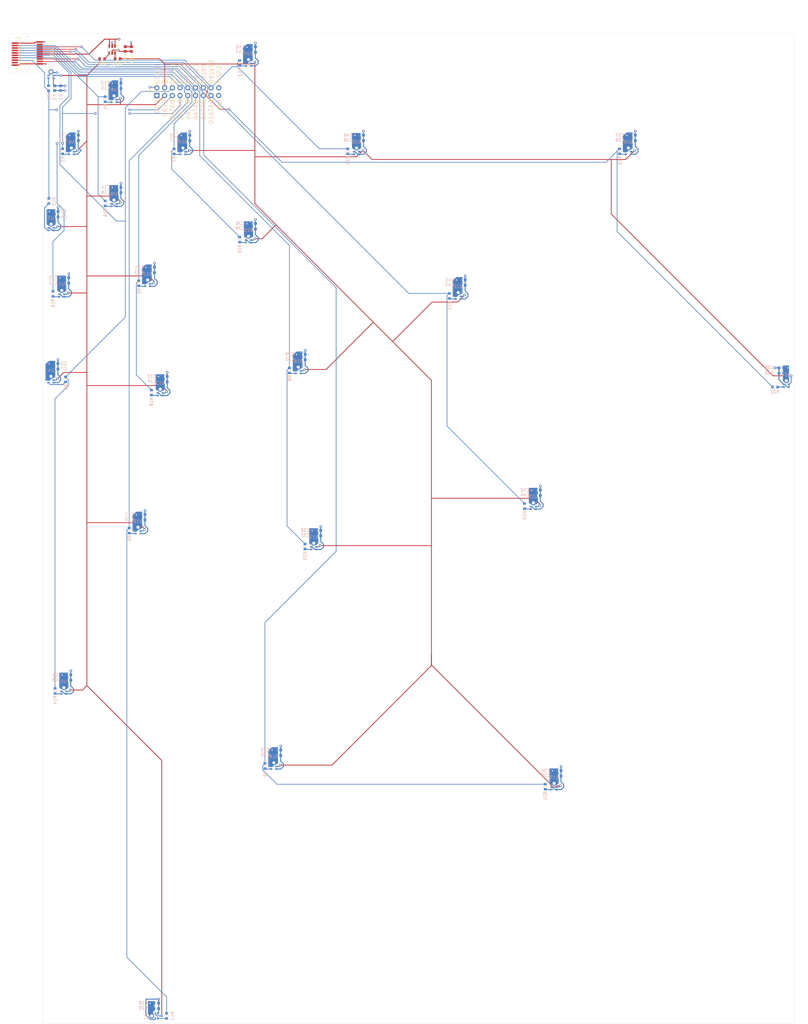
<source format=kicad_pcb>
(kicad_pcb (version 20241229) (generator "pcbnew") (generator_version "9.0")
  (layers (0 "F.Cu" signal) (4 "In1.Cu" signal) (6 "In2.Cu" signal) (2 "B.Cu" signal) (13 "F.Paste" user) (15 "B.Paste" user) (5 "F.SilkS" user "F.Silkscreen") (7 "B.SilkS" user "B.Silkscreen") (1 "F.Mask" user) (3 "B.Mask" user) (25 "Edge.Cuts" user))
  (net 0 "")
  (net 1 "GND")
  (net 2 "+3V3")
  (net 6 "/CLKBUF_1")
  (net 7 "/CLK_IN")
  (net 8 "/CLKBUF_2")
  (net 9 "Net-(U2-DATA)")
  (net 10 "Net-(U3-DATA)")
  (net 11 "Net-(U4-DATA)")
  (net 12 "Net-(U5-DATA)")
  (net 13 "Net-(U6-DATA)")
  (net 14 "Net-(U7-DATA)")
  (net 15 "Net-(U8-DATA)")
  (net 16 "Net-(U9-DATA)")
  (net 17 "Net-(U10-DATA)")
  (net 18 "Net-(U11-DATA)")
  (net 19 "Net-(U12-DATA)")
  (net 20 "Net-(U13-DATA)")
  (net 21 "Net-(U14-DATA)")
  (net 22 "Net-(U15-DATA)")
  (net 23 "Net-(U16-DATA)")
  (net 24 "Net-(U17-DATA)")
  (net 25 "Net-(U18-DATA)")
  (net 26 "Net-(U19-DATA)")
  (net 27 "Net-(U20-DATA)")
  (net 28 "Net-(U21-DATA)")
  (net 29 "Net-(U22-DATA)")
  (net 30 "Net-(U23-DATA)")
  (net 31 "Net-(U24-DATA)")
  (net 32 "Net-(U25-DATA)")
  (net 33 "Net-(U1-2Y)")
  (net 34 "Net-(U1-1Y)")
  (net 35 "/DATA0")
  (net 37 "/DATA11")
  (net 38 "/DATA7")
  (net 39 "/DATA1")
  (net 40 "/DATA6")
  (net 41 "/DATA5")
  (net 42 "/DATA8")
  (net 43 "/DATA10")
  (net 44 "/DATA9")
  (net 45 "/DATA4")
  (net 46 "/DATA3")
  (net 47 "/DATA2")
  (footprint "MountingHole:MountingHole_3.2mm_M3_DIN965" (layer "F.Cu") (at 135 10)
    (property "Reference" "REF**3" (hide yes))
    (property "Value" "MountingHole_3.2mm_M3_DIN965")
  )
  (footprint "Resistor_SMD:R_0603_1608Metric" (layer "F.Cu") (at 30.6 8.2 180)
    (property "Reference" "R26")
    (property "Value" "56R")
  )
  (footprint "MountingHole:MountingHole_3.2mm_M3_DIN965" (layer "F.Cu") (at 250 205)
    (property "Reference" "REF**10" (hide yes))
    (property "Value" "MountingHole_3.2mm_M3_DIN965")
  )
  (footprint "MountingHole:MountingHole_3.2mm_M3_DIN965" (layer "F.Cu") (at 20 205)
    (property "Reference" "REF**8" (hide yes))
    (property "Value" "MountingHole_3.2mm_M3_DIN965")
  )
  (footprint "MountingHole:MountingHole_3.2mm_M3_DIN965" (layer "F.Cu") (at 135 315)
    (property "Reference" "REF**12" (hide yes))
    (property "Value" "MountingHole_3.2mm_M3_DIN965")
  )
  (footprint "MountingHole:MountingHole_3.2mm_M3_DIN965" (layer "F.Cu") (at 250 100)
    (property "Reference" "REF**7" (hide yes))
    (property "Value" "MountingHole_3.2mm_M3_DIN965")
  )
  (footprint "Capacitor_SMD:C_0603_1608Metric" (layer "F.Cu") (at 38.20325 5.025 90)
    (property "Reference" "C49")
    (property "Value" "10u")
  )
  (footprint "MountingHole:MountingHole_3.2mm_M3_DIN965" (layer "F.Cu") (at 135 100)
    (property "Reference" "REF**6" (hide yes))
    (property "Value" "MountingHole_3.2mm_M3_DIN965")
  )
  (footprint "AE:SOT-23-6_L2.9-W1.6-P0.95-LS2.8-BL" (layer "F.Cu") (at 33.9 5.2 180)
    (property "Reference" "U1")
    (property "Value" "SN74LVC2G17DBVR")
  )
  (footprint "MountingHole:MountingHole_3.2mm_M3_DIN965" (layer "F.Cu") (at 20 100)
    (property "Reference" "REF**5" (hide yes))
    (property "Value" "MountingHole_3.2mm_M3_DIN965")
  )
  (footprint "MountingHole:MountingHole_3.2mm_M3_DIN965" (layer "F.Cu") (at 250 10)
    (property "Reference" "REF**4" (hide yes))
    (property "Value" "MountingHole_3.2mm_M3_DIN965")
  )
  (footprint "MountingHole:MountingHole_3.2mm_M3_DIN965" (layer "F.Cu") (at 250 315)
    (property "Reference" "REF**1" (hide yes))
    (property "Value" "MountingHole_3.2mm_M3_DIN965")
  )
  (footprint "MountingHole:MountingHole_3.2mm_M3_DIN965" (layer "F.Cu") (at 135 205)
    (property "Reference" "REF**9" (hide yes))
    (property "Value" "MountingHole_3.2mm_M3_DIN965")
  )
  (footprint "MountingHole:MountingHole_3.2mm_M3_DIN965" (layer "F.Cu") (at 20 315)
    (property "Reference" "REF**11" (hide yes))
    (property "Value" "MountingHole_3.2mm_M3_DIN965")
  )
  (footprint "Connector_PinHeader_2.54mm:PinHeader_2x09_P2.54mm_Vertical" (layer "F.Cu") (at 48.6 20.3 90)
    (property "Reference" "J1")
    (property "Value" "Test Points")
  )
  (footprint "Resistor_SMD:R_0603_1608Metric" (layer "F.Cu") (at 35.675 8.2)
    (property "Reference" "R25")
    (property "Value" "56R")
  )
  (footprint "Capacitor_SMD:C_0603_1608Metric" (layer "F.Cu") (at 40.20325 5.025 90)
    (property "Reference" "C50")
    (property "Value" "100n")
  )
  (footprint "AE:CONN-SMD_20P-L11.0-W7.38-P0.80" (layer "F.Cu") (at 6 6.5 -90)
    (property "Reference" "U26")
    (property "Value" "10056847-101LF")
  )
  (footprint "Resistor_SMD:R_0603_1608Metric" (layer "B.Cu") (at 31.6 55.7 90)
    (property "Reference" "R16")
    (property "Value" "56R")
  )
  (footprint "AE:MD3526B261-OA5" (layer "B.Cu") (at 255.4 113.9 180)
    (property "Reference" "U21")
    (property "Value" "~")
  )
  (footprint "AE:MD3526B261-OA5" (layer "B.Cu") (at 17.35 84.3 180)
    (property "Reference" "U7")
    (property "Value" "~")
  )
  (footprint "AE:MD3526B261-OA5" (layer "B.Cu") (at 203.5 37.5 180)
    (property "Reference" "U20")
    (property "Value" "~")
  )
  (footprint "Capacitor_SMD:C_0603_1608Metric" (layer "B.Cu") (at 48.4 320)
    (property "Reference" "C20")
    (property "Value" "100n")
  )
  (footprint "Resistor_SMD:R_0603_1608Metric" (layer "B.Cu") (at 92.138629 110.53 90)
    (property "Reference" "R8")
    (property "Value" "56R")
  )
  (footprint "Capacitor_SMD:C_0603_1608Metric" (layer "B.Cu") (at 43.9 159.6)
    (property "Reference" "C19")
    (property "Value" "100n")
  )
  (footprint "Resistor_SMD:R_0603_1608Metric" (layer "B.Cu") (at 13 17.9 -90)
    (property "Reference" "R1")
    (property "Value" "56R")
  )
  (footprint "AE:MD3526B261-OA5" (layer "B.Cu") (at 78.7 8.5 180)
    (property "Reference" "U24")
    (property "Value" "~")
  )
  (footprint "AE:MD3526B261-OA5" (layer "B.Cu") (at 87 239.3 180)
    (property "Reference" "U18")
    (property "Value" "~")
  )
  (footprint "Capacitor_SMD:C_0603_1608Metric" (layer "B.Cu") (at 96.538629 107.03)
    (property "Reference" "C31")
    (property "Value" "100n")
  )
  (footprint "Capacitor_SMD:C_0603_1608Metric" (layer "B.Cu") (at 36 52.2)
    (property "Reference" "C16")
    (property "Value" "100n")
  )
  (footprint "AE:MD3526B261-OA5" (layer "B.Cu") (at 95.038629 109.43 180)
    (property "Reference" "U16")
    (property "Value" "~")
  )
  (footprint "AE:MD3526B261-OA5" (layer "B.Cu") (at 49.7 116.7 180)
    (property "Reference" "U13")
    (property "Value" "~")
  )
  (footprint "Capacitor_SMD:C_0603_1608Metric" (layer "B.Cu") (at 47.025 78.4375)
    (property "Reference" "C23")
    (property "Value" "100n")
  )
  (footprint "Capacitor_SMD:C_0603_1608Metric" (layer "B.Cu") (at 115.7 35.1)
    (property "Reference" "C48")
    (property "Value" "100n")
  )
  (footprint "AE:MD3526B261-OA5" (layer "B.Cu") (at 57.13 37.53 180)
    (property "Reference" "U14")
    (property "Value" "~")
  )
  (footprint "AE:MD3526B261-OA5" (layer "B.Cu") (at 45.525 80.8375 180)
    (property "Reference" "U12")
    (property "Value" "~")
  )
  (footprint "Capacitor_SMD:C_0603_1608Metric" (layer "B.Cu") (at 48.4 318.2)
    (property "Reference" "C18")
    (property "Value" "10u")
  )
  (footprint "AE:MD3526B261-OA5" (layer "B.Cu") (at 147.6 84.975 180)
    (property "Reference" "U22")
    (property "Value" "~")
  )
  (footprint "Capacitor_SMD:C_0603_1608Metric" (layer "B.Cu") (at 51.2 114.3)
    (property "Reference" "C24")
    (property "Value" "100n")
  )
  (footprint "Capacitor_SMD:C_0603_1608Metric" (layer "B.Cu") (at 80.2 64.1)
    (property "Reference" "C28")
    (property "Value" "100n")
  )
  (footprint "Capacitor_SMD:C_0603_1608Metric" (layer "B.Cu") (at 80.2 6.1)
    (property "Reference" "C47")
    (property "Value" "100n")
  )
  (footprint "Capacitor_SMD:C_0603_1608Metric" (layer "B.Cu") (at 22 33.3)
    (property "Reference" "C9")
    (property "Value" "10u")
  )
  (footprint "Resistor_SMD:R_0603_1608Metric" (layer "B.Cu") (at 75.8 67.6 90)
    (property "Reference" "R19")
    (property "Value" "56R")
  )
  (footprint "Capacitor_SMD:C_0603_1608Metric" (layer "B.Cu") (at 15.3 110.075)
    (property "Reference" "C7")
    (property "Value" "100n")
  )
  (footprint "AE:MD3526B261-OA5" (layer "B.Cu") (at 114.2 37.5 180)
    (property "Reference" "U25")
    (property "Value" "~")
  )
  (footprint "Resistor_SMD:R_0603_1608Metric" (layer "B.Cu") (at 15.125 215.7375 90)
    (property "Reference" "R14")
    (property "Value" "56R")
  )
  (footprint "Capacitor_SMD:C_0603_1608Metric" (layer "B.Cu") (at 96.538629 105.23)
    (property "Reference" "C29")
    (property "Value" "10u")
  )
  (footprint "AE:MD3526B261-OA5" (layer "B.Cu") (at 179.1 246.075 180)
    (property "Reference" "U19")
    (property "Value" "~")
  )
  (footprint "Capacitor_SMD:C_0603_1608Metric" (layer "B.Cu") (at 180.6 243.675)
    (property "Reference" "C36")
    (property "Value" "100n")
  )
  (footprint "Capacitor_SMD:C_0603_1608Metric" (layer "B.Cu") (at 15.35 60.1)
    (property "Reference" "C4")
    (property "Value" "100n")
  )
  (footprint "Resistor_SMD:R_0603_1608Metric" (layer "B.Cu") (at 31.6 21.5 90)
    (property "Reference" "R4")
    (property "Value" "56R")
  )
  (footprint "Capacitor_SMD:C_0603_1608Metric" (layer "B.Cu") (at 36 50.4)
    (property "Reference" "C14")
    (property "Value" "10u")
  )
  (footprint "Capacitor_SMD:C_0603_1608Metric" (layer "B.Cu") (at 115.7 33.3)
    (property "Reference" "C46")
    (property "Value" "10u")
  )
  (footprint "Resistor_SMD:R_0603_1608Metric" (layer "B.Cu") (at 13.1 54.9 90)
    (property "Reference" "R13")
    (property "Value" "56R")
  )
  (footprint "Capacitor_SMD:C_0603_1608Metric" (layer "B.Cu") (at 101.655 163.03)
    (property "Reference" "C30")
    (property "Value" "10u")
  )
  (footprint "Resistor_SMD:R_0603_1608Metric" (layer "B.Cu") (at 200.6 38.6 90)
    (property "Reference" "R10")
    (property "Value" "56R")
  )
  (footprint "Resistor_SMD:R_0603_1608Metric" (layer "B.Cu") (at 97.255 168.33 90)
    (property "Reference" "R20")
    (property "Value" "56R")
  )
  (footprint "Resistor_SMD:R_0603_1608Metric" (layer "B.Cu") (at 75.8 9.6 90)
    (property "Reference" "R12")
    (property "Value" "56R")
  )
  (footprint "Resistor_SMD:R_0603_1608Metric" (layer "B.Cu") (at 144.7 86.075 90)
    (property "Reference" "R11")
    (property "Value" "56R")
  )
  (footprint "Resistor_SMD:R_0603_1608Metric" (layer "B.Cu") (at 176.2 247.175 90)
    (property "Reference" "R21")
    (property "Value" "56R")
  )
  (footprint "Capacitor_SMD:C_0603_1608Metric" (layer "B.Cu") (at 47.025 76.6375)
    (property "Reference" "C21")
    (property "Value" "10u")
  )
  (footprint "Capacitor_SMD:C_0603_1608Metric" (layer "B.Cu") (at 36 16.2)
    (property "Reference" "C13")
    (property "Value" "10u")
  )
  (footprint "Resistor_SMD:R_0603_1608Metric" (layer "B.Cu") (at 14.45 85.4 90)
    (property "Reference" "R15")
    (property "Value" "56R")
  )
  (footprint "Resistor_SMD:R_0603_1608Metric" (layer "B.Cu") (at 54.23 38.63 90)
    (property "Reference" "R7")
    (property "Value" "56R")
  )
  (footprint "AE:MD3526B261-OA5" (layer "B.Cu") (at 18.025 214.6375 180)
    (property "Reference" "U5")
    (property "Value" "~")
  )
  (footprint "AE:MD3526B261-OA5" (layer "B.Cu") (at 34.5 54.6 180)
    (property "Reference" "U9")
    (property "Value" "~")
  )
  (footprint "Resistor_SMD:R_0603_1608Metric" (layer "B.Cu") (at 51.8 322.4 90)
    (property "Reference" "R17")
    (property "Value" "56R")
  )
  (footprint "Capacitor_SMD:C_0603_1608Metric" (layer "B.Cu") (at 18.85 80.1)
    (property "Reference" "C10")
    (property "Value" "10u")
  )
  (footprint "Capacitor_SMD:C_0603_1608Metric" (layer "B.Cu") (at 51.2 112.5)
    (property "Reference" "C22")
    (property "Value" "10u")
  )
  (footprint "Capacitor_SMD:C_0603_1608Metric" (layer "B.Cu") (at 15.35 58.3)
    (property "Reference" "C2")
    (property "Value" "10u")
  )
  (footprint "Capacitor_SMD:C_0603_1608Metric" (layer "B.Cu") (at 19.525 210.4375)
    (property "Reference" "C6")
    (property "Value" "10u")
  )
  (footprint "Capacitor_SMD:C_0603_1608Metric" (layer "B.Cu") (at 17 17.875 90)
    (property "Reference" "C1")
    (property "Value" "10u")
  )
  (footprint "Capacitor_SMD:C_0603_1608Metric" (layer "B.Cu") (at 88.5 235.1)
    (property "Reference" "C33")
    (property "Value" "10u")
  )
  (footprint "AE:MD3526B261-OA5" (layer "B.Cu") (at 13.8 12.5 180)
    (property "Reference" "U2")
    (property "Value" "~")
  )
  (footprint "Capacitor_SMD:C_0603_1608Metric" (layer "B.Cu") (at 22 35.1)
    (property "Reference" "C11")
    (property "Value" "100n")
  )
  (footprint "Resistor_SMD:R_0603_1608Metric" (layer "B.Cu") (at 84.1 240.4 90)
    (property "Reference" "R9")
    (property "Value" "56R")
  )
  (footprint "Capacitor_SMD:C_0603_1608Metric" (layer "B.Cu") (at 205 35.1)
    (property "Reference" "C39")
    (property "Value" "100n")
  )
  (footprint "AE:MD3526B261-OA5" (layer "B.Cu") (at 20.5 37.5 180)
    (property "Reference" "U6")
    (property "Value" "~")
  )
  (footprint "Capacitor_SMD:C_0603_1608Metric" (layer "B.Cu") (at 180.6 241.875)
    (property "Reference" "C34")
    (property "Value" "10u")
  )
  (footprint "Resistor_SMD:R_0603_1608Metric" (layer "B.Cu") (at 39.5 163.1 90)
    (property "Reference" "R5")
    (property "Value" "56R")
  )
  (footprint "Capacitor_SMD:C_0603_1608Metric" (layer "B.Cu") (at 43.9 157.8)
    (property "Reference" "C17")
    (property "Value" "10u")
  )
  (footprint "Capacitor_SMD:C_0603_1608Metric" (layer "B.Cu") (at 205 33.3)
    (property "Reference" "C37")
    (property "Value" "10u")
  )
  (footprint "Capacitor_SMD:C_0603_1608Metric" (layer "B.Cu") (at 80.2 4.3)
    (property "Reference" "C45")
    (property "Value" "10u")
  )
  (footprint "Capacitor_SMD:C_0603_1608Metric" (layer "B.Cu") (at 149.1 80.775)
    (property "Reference" "C41")
    (property "Value" "10u")
  )
  (footprint "Capacitor_SMD:C_0603_1608Metric" (layer "B.Cu") (at 19.525 212.2375)
    (property "Reference" "C8")
    (property "Value" "100n")
  )
  (footprint "AE:MD3526B261-OA5" (layer "B.Cu") (at 13.85 62.5 180)
    (property "Reference" "U3")
    (property "Value" "~")
  )
  (footprint "AE:MD3526B261-OA5" (layer "B.Cu") (at 34.5 20.4 180)
    (property "Reference" "U8")
    (property "Value" "~")
  )
  (footprint "Resistor_SMD:R_0603_1608Metric" (layer "B.Cu") (at 251.7 116 180)
    (property "Reference" "R22")
    (property "Value" "56R")
  )
  (footprint "Capacitor_SMD:C_0603_1608Metric" (layer "B.Cu") (at 149.1 82.575)
    (property "Reference" "C43")
    (property "Value" "100n")
  )
  (footprint "Capacitor_SMD:C_0603_1608Metric" (layer "B.Cu") (at 101.655 164.83)
    (property "Reference" "C32")
    (property "Value" "100n")
  )
  (footprint "Capacitor_SMD:C_0603_1608Metric" (layer "B.Cu") (at 15.3 108.275)
    (property "Reference" "C5")
    (property "Value" "10u")
  )
  (footprint "Resistor_SMD:R_0603_1608Metric" (layer "B.Cu") (at 42.625 81.9375 90)
    (property "Reference" "R6")
    (property "Value" "56R")
  )
  (footprint "AE:MD3526B261-OA5" (layer "B.Cu") (at 172.3 153.975 180)
    (property "Reference" "U23")
    (property "Value" "~")
  )
  (footprint "AE:MD3526B261-OA5" (layer "B.Cu") (at 13.8 112.475 180)
    (property "Reference" "U4")
    (property "Value" "~")
  )
  (footprint "Capacitor_SMD:C_0603_1608Metric" (layer "B.Cu") (at 36 18)
    (property "Reference" "C15")
    (property "Value" "100n")
  )
  (footprint "Capacitor_SMD:C_0603_1608Metric" (layer "B.Cu") (at 18.85 81.9)
    (property "Reference" "C12")
    (property "Value" "100n")
  )
  (footprint "Capacitor_SMD:C_0603_1608Metric" (layer "B.Cu") (at 173.8 149.775)
    (property "Reference" "C42")
    (property "Value" "10u")
  )
  (footprint "Capacitor_SMD:C_0603_1608Metric" (layer "B.Cu") (at 80.2 62.3)
    (property "Reference" "C26")
    (property "Value" "10u")
  )
  (footprint "Resistor_SMD:R_0603_1608Metric" (layer "B.Cu") (at 169.4 155.075 90)
    (property "Reference" "R23")
    (property "Value" "56R")
  )
  (footprint "Resistor_SMD:R_0603_1608Metric" (layer "B.Cu") (at 18.6 113.475 90)
    (property "Reference" "R2")
    (property "Value" "56R")
  )
  (footprint "Capacitor_SMD:C_0603_1608Metric" (layer "B.Cu") (at 253.775 109.7 180)
    (property "Reference" "C38")
    (property "Value" "10u")
  )
  (footprint "Capacitor_SMD:C_0603_1608Metric" (layer "B.Cu") (at 88.5 236.9)
    (property "Reference" "C35")
    (property "Value" "100n")
  )
  (footprint "Resistor_SMD:R_0603_1608Metric" (layer "B.Cu") (at 111.3 38.6 90)
    (property "Reference" "R24")
    (property "Value" "56R")
  )
  (footprint "Capacitor_SMD:C_0603_1608Metric" (layer "B.Cu") (at 15 17.875 90)
    (property "Reference" "C3")
    (property "Value" "100n")
  )
  (footprint "Capacitor_SMD:C_0603_1608Metric" (layer "B.Cu") (at 58.63 33.33)
    (property "Reference" "C25")
    (property "Value" "10u")
  )
  (footprint "AE:MD3526B261-OA5" (layer "B.Cu") (at 46.9 322.4 -90)
    (property "Reference" "U11")
    (property "Value" "~")
  )
  (footprint "AE:MD3526B261-OA5" (layer "B.Cu") (at 100.155 167.23 180)
    (property "Reference" "U17")
    (property "Value" "~")
  )
  (footprint "Capacitor_SMD:C_0603_1608Metric" (layer "B.Cu") (at 58.63 35.13)
    (property "Reference" "C27")
    (property "Value" "100n")
  )
  (footprint "AE:MD3526B261-OA5" (layer "B.Cu") (at 78.7 66.5 180)
    (property "Reference" "U15")
    (property "Value" "~")
  )
  (footprint "Resistor_SMD:R_0603_1608Metric" (layer "B.Cu") (at 17.6 38.6 90)
    (property "Reference" "R3")
    (property "Value" "56R")
  )
  (footprint "AE:MD3526B261-OA5" (layer "B.Cu") (at 42.4 162 180)
    (property "Reference" "U10")
    (property "Value" "~")
  )
  (footprint "Capacitor_SMD:C_0603_1608Metric" (layer "B.Cu") (at 253.775 111.5 180)
    (property "Reference" "C40")
    (property "Value" "100n")
  )
  (footprint "Capacitor_SMD:C_0603_1608Metric" (layer "B.Cu") (at 173.8 151.575)
    (property "Reference" "C44")
    (property "Value" "100n")
  )
  (footprint "Resistor_SMD:R_0603_1608Metric" (layer "B.Cu") (at 46.8 117.8 90)
    (property "Reference" "R18")
    (property "Value" "56R")
  )
  (gr_line (start 258 325) (end 258 0) (stroke (width 0.05)) (layer "Edge.Cuts"))
  (gr_line (start 11 13) (end 11 325) (stroke (width 0.05)) (layer "Edge.Cuts"))
  (gr_line (start 0 0) (end 0 13) (stroke (width 0.05)) (layer "Edge.Cuts"))
  (gr_line (start 11 325) (end 258 325) (stroke (width 0.05)) (layer "Edge.Cuts"))
  (gr_line (start 0 13) (end 11 13) (stroke (width 0.05)) (layer "Edge.Cuts"))
  (gr_line (start 258 0) (end 0 0) (stroke (width 0.05)) (layer "Edge.Cuts"))
  (gr_text "NC" (at 70.104 21.59 90) (layer "F.SilkS") (effects (font (size 1.5 1.5) (thickness 0.1)) (justify right bottom)))
  (gr_text "DATA2\n" (at 57.15 21.59 90) (layer "F.SilkS") (effects (font (size 1.5 1.5) (thickness 0.1)) (justify right bottom)))
  (gr_text "DATA10" (at 67.31 21.59 90) (layer "F.SilkS") (effects (font (size 1.5 1.5) (thickness 0.1)) (justify right bottom)))
  (gr_text "DATA7\n" (at 60.452 16.51 270) (layer "F.SilkS") (effects (font (size 1.5 1.5) (thickness 0.1)) (justify right bottom)))
  (gr_text "DATA5" (at 57.912 16.51 270) (layer "F.SilkS") (effects (font (size 1.5 1.5) (thickness 0.1)) (justify right bottom)))
  (gr_text "CLKIN" (at 47.752 16.51 270) (layer "F.SilkS") (effects (font (size 1.5 1.5) (thickness 0.1)) (justify right bottom)))
  (gr_text "DATA1" (at 52.832 16.51 270) (layer "F.SilkS") (effects (font (size 1.5 1.5) (thickness 0.1)) (justify right bottom)))
  (gr_text "DATA6" (at 62.23 21.59 90) (layer "F.SilkS") (effects (font (size 1.5 1.5) (thickness 0.1)) (justify right bottom)))
  (gr_text "CLB1" (at 50.292 16.51 270) (layer "F.SilkS") (effects (font (size 1.5 1.5) (thickness 0.1)) (justify right bottom)))
  (gr_text "DATA9" (at 62.992 16.51 270) (layer "F.SilkS") (effects (font (size 1.5 1.5) (thickness 0.1)) (justify right bottom)))
  (gr_text "GND" (at 49.53 21.59 90) (layer "F.SilkS") (effects (font (size 1.5 1.5) (thickness 0.1)) (justify right bottom)))
  (gr_text "CLB2\n" (at 52.07 21.59 90) (layer "F.SilkS") (effects (font (size 1.5 1.5) (thickness 0.1)) (justify right bottom)))
  (gr_text "DATA11" (at 65.532 16.51 270) (layer "F.SilkS") (effects (font (size 1.5 1.5) (thickness 0.1)) (justify right bottom)))
  (gr_text "+3V3" (at 68.072 16.51 270) (layer "F.SilkS") (effects (font (size 1.5 1.5) (thickness 0.1)) (justify right bottom)))
  (gr_text "DATA8" (at 64.77 21.59 90) (layer "F.SilkS") (effects (font (size 1.5 1.5) (thickness 0.1)) (justify right bottom)))
  (gr_text "DATA4" (at 59.69 21.59 90) (layer "F.SilkS") (effects (font (size 1.5 1.5) (thickness 0.1)) (justify right bottom)))
  (gr_text "DATA3" (at 55.372 16.51 270) (layer "F.SilkS") (effects (font (size 1.5 1.5) (thickness 0.1)) (justify right bottom)))
  (gr_text "DATA0" (at 54.61 21.59 90) (layer "F.SilkS") (effects (font (size 1.5 1.5) (thickness 0.1)) (justify right bottom)))
  (gr_text "DATA7\n" (at 60.452 16.51 270) (layer "B.SilkS") (effects (font (size 1.5 1.5) (thickness 0.1)) (justify left bottom mirror)))
  (gr_text "DATA9" (at 62.992 16.51 270) (layer "B.SilkS") (effects (font (size 1.5 1.5) (thickness 0.1)) (justify left bottom mirror)))
  (gr_text "GND" (at 49.53 21.59 90) (layer "B.SilkS") (effects (font (size 1.5 1.5) (thickness 0.1)) (justify left bottom mirror)))
  (gr_text "DATA3" (at 55.372 16.51 270) (layer "B.SilkS") (effects (font (size 1.5 1.5) (thickness 0.1)) (justify left bottom mirror)))
  (gr_text "CLB2\n" (at 52.07 21.59 90) (layer "B.SilkS") (effects (font (size 1.5 1.5) (thickness 0.1)) (justify left bottom mirror)))
  (gr_text "NC" (at 70.104 21.59 90) (layer "B.SilkS") (effects (font (size 1.5 1.5) (thickness 0.1)) (justify left bottom mirror)))
  (gr_text "DATA4" (at 59.69 21.59 90) (layer "B.SilkS") (effects (font (size 1.5 1.5) (thickness 0.1)) (justify left bottom mirror)))
  (gr_text "CLKIN" (at 47.752 16.51 270) (layer "B.SilkS") (effects (font (size 1.5 1.5) (thickness 0.1)) (justify left bottom mirror)))
  (gr_text "DATA1" (at 52.832 16.51 270) (layer "B.SilkS") (effects (font (size 1.5 1.5) (thickness 0.1)) (justify left bottom mirror)))
  (gr_text "DATA0" (at 54.61 21.59 90) (layer "B.SilkS") (effects (font (size 1.5 1.5) (thickness 0.1)) (justify left bottom mirror)))
  (gr_text "DATA10" (at 67.31 21.59 90) (layer "B.SilkS") (effects (font (size 1.5 1.5) (thickness 0.1)) (justify left bottom mirror)))
  (gr_text "+3V3" (at 68.072 16.51 270) (layer "B.SilkS") (effects (font (size 1.5 1.5) (thickness 0.1)) (justify left bottom mirror)))
  (gr_text "DATA6" (at 62.23 21.59 90) (layer "B.SilkS") (effects (font (size 1.5 1.5) (thickness 0.1)) (justify left bottom mirror)))
  (gr_text "DATA2\n" (at 57.15 21.59 90) (layer "B.SilkS") (effects (font (size 1.5 1.5) (thickness 0.1)) (justify left bottom mirror)))
  (gr_text "DATA8" (at 64.77 21.59 90) (layer "B.SilkS") (effects (font (size 1.5 1.5) (thickness 0.1)) (justify left bottom mirror)))
  (gr_text "DATA11" (at 65.532 16.51 270) (layer "B.SilkS") (effects (font (size 1.5 1.5) (thickness 0.1)) (justify left bottom mirror)))
  (gr_text "CLB1" (at 50.292 16.51 270) (layer "B.SilkS") (effects (font (size 1.5 1.5) (thickness 0.1)) (justify left bottom mirror)))
  (gr_text "DATA5" (at 57.912 16.51 270) (layer "B.SilkS") (effects (font (size 1.5 1.5) (thickness 0.1)) (justify left bottom mirror)))
  (segment (start 33.9 2.9) (end 33.9 4.05) (width 0.3) (layer "F.Cu") (net 1))
  (segment (start 40.22825 4.225) (end 40.20325 4.25) (width 0.3) (layer "F.Cu") (net 1))
  (segment (start 38.20325 4.25) (end 40.20325 4.25) (width 0.3) (layer "F.Cu") (net 1))
  (segment (start 3.2 10.3) (end 3.6 9.9) (width 0.3) (layer "F.Cu") (net 1))
  (segment (start 3.6 9.9) (end 10.1 9.9) (width 0.3) (layer "F.Cu") (net 1))
  (segment (start 1.9 10.3) (end 3.2 10.3) (width 0.3) (layer "F.Cu") (net 1))
  (segment (start 40.20325 4.25) (end 40.20325 3.033208) (width 0.3) (layer "F.Cu") (net 1))
  (segment (start 12.1 9.9) (end 10.1 9.9) (width 0.3) (layer "F.Cu") (net 1))
  (segment (start 40.20325 3.033208) (end 40.085021 2.914979) (width 0.3) (layer "F.Cu") (net 1))
  (via (at 56.58 33.43) (size 0.8) (drill 0.4) (layers "F.Cu" "B.Cu") (net 1))
  (via (at 13.25 108.375) (size 0.8) (drill 0.4) (layers "F.Cu" "B.Cu") (net 1))
  (via (at 33.95 50.5) (size 0.8) (drill 0.4) (layers "F.Cu" "B.Cu") (net 1))
  (via (at 147.05 80.875) (size 0.8) (drill 0.4) (layers "F.Cu" "B.Cu") (net 1))
  (via (at 17.475 210.5375) (size 0.8) (drill 0.4) (layers "F.Cu" "B.Cu") (net 1))
  (via (at 255.9 109.7) (size 0.8) (drill 0.4) (layers "F.Cu" "B.Cu") (net 1))
  (via (at 12.1 9.9) (size 0.6) (drill 0.3) (layers "F.Cu" "B.Cu") (net 1))
  (via (at 16.8 80.2) (size 0.8) (drill 0.4) (layers "F.Cu" "B.Cu") (net 1))
  (via (at 44.975 76.7375) (size 0.8) (drill 0.4) (layers "F.Cu" "B.Cu") (net 1))
  (via (at 13.3 58.4) (size 0.8) (drill 0.4) (layers "F.Cu" "B.Cu") (net 1))
  (via (at 18.4 18.675) (size 0.8) (drill 0.4) (layers "F.Cu" "B.Cu") (net 1))
  (via (at 33.9 2.9) (size 0.8) (drill 0.4) (layers "F.Cu" "B.Cu") (net 1))
  (via (at 46.35 318.3) (size 0.8) (drill 0.4) (layers "F.Cu" "B.Cu") (net 1))
  (via (at 86.45 235.2) (size 0.8) (drill 0.4) (layers "F.Cu" "B.Cu") (net 1))
  (via (at 78.15 4.4) (size 0.8) (drill 0.4) (layers "F.Cu" "B.Cu") (net 1))
  (via (at 171.75 149.875) (size 0.8) (drill 0.4) (layers "F.Cu" "B.Cu") (net 1))
  (via (at 49.15 112.6) (size 0.8) (drill 0.4) (layers "F.Cu" "B.Cu") (net 1))
  (via (at 19.95 33.4) (size 0.8) (drill 0.4) (layers "F.Cu" "B.Cu") (net 1))
  (via (at 113.65 33.4) (size 0.8) (drill 0.4) (layers "F.Cu" "B.Cu") (net 1))
  (via (at 99.605 163.13) (size 0.8) (drill 0.4) (layers "F.Cu" "B.Cu") (net 1))
  (via (at 15.8 12.8) (size 0.8) (drill 0.4) (layers "F.Cu" "B.Cu") (net 1))
  (via (at 78.15 62.4) (size 0.8) (drill 0.4) (layers "F.Cu" "B.Cu") (net 1))
  (via (at 94.488629 105.33) (size 0.8) (drill 0.4) (layers "F.Cu" "B.Cu") (net 1))
  (via (at 33.95 16.3) (size 0.8) (drill 0.4) (layers "F.Cu" "B.Cu") (net 1))
  (via (at 41.85 157.9) (size 0.8) (drill 0.4) (layers "F.Cu" "B.Cu") (net 1))
  (via (at 178.55 241.975) (size 0.8) (drill 0.4) (layers "F.Cu" "B.Cu") (net 1))
  (via (at 202.95 33.4) (size 0.8) (drill 0.4) (layers "F.Cu" "B.Cu") (net 1))
  (via (at 40.085021 2.914979) (size 0.8) (drill 0.4) (layers "F.Cu" "B.Cu") (net 1))
  (segment (start 13.8 12.92) (end 12.97 13.75) (width 0.3) (layer "B.Cu") (net 1))
  (segment (start 15 18.65) (end 18.375 18.65) (width 0.3) (layer "B.Cu") (net 1))
  (segment (start 15.8 12.8) (end 14.1 12.8) (width 0.3) (layer "B.Cu") (net 1))
  (segment (start 13.8 12.5) (end 13.8 12.92) (width 0.3) (layer "B.Cu") (net 1))
  (segment (start 18.375 18.65) (end 18.4 18.675) (width 0.3) (layer "B.Cu") (net 1))
  (segment (start 14.1 12.8) (end 13.8 12.5) (width 0.3) (layer "B.Cu") (net 1))
  (segment (start 8.4 3.1) (end 8.8 2.7) (width 0.3) (layer "F.Cu") (net 2))
  (segment (start 68.96 17.8) (end 68.92 17.76) (width 0.3) (layer "F.Cu") (net 2))
  (segment (start 36.3 5.8) (end 35.9 5.4) (width 0.3) (layer "F.Cu") (net 2))
  (segment (start 33.9 6.35) (end 33.9 5.515) (width 0.3) (layer "F.Cu") (net 2))
  (segment (start 33.9 5.515) (end 34.015 5.4) (width 0.3) (layer "F.Cu") (net 2))
  (segment (start 8.8 2.7) (end 10.1 2.7) (width 0.3) (layer "F.Cu") (net 2))
  (segment (start 38.20325 5.8) (end 36.3 5.8) (width 0.3) (layer "F.Cu") (net 2))
  (segment (start 10.1 2.7) (end 11.7 2.7) (width 0.3) (layer "F.Cu") (net 2))
  (segment (start 34.015 5.4) (end 35.9 5.4) (width 0.3) (layer "F.Cu") (net 2))
  (segment (start 38.20325 5.8) (end 40.20325 5.8) (width 0.3) (layer "F.Cu") (net 2))
  (segment (start 1.9 3.1) (end 8.4 3.1) (width 0.3) (layer "F.Cu") (net 2))
  (via (at 81 61) (size 0.8) (drill 0.4) (layers "F.Cu" "B.Cu") (net 2))
  (via (at 19.65 78.8) (size 0.8) (drill 0.4) (layers "F.Cu" "B.Cu") (net 2))
  (via (at 16.15 57) (size 0.8) (drill 0.4) (layers "F.Cu" "B.Cu") (net 2))
  (via (at 11.7 2.7) (size 0.6) (drill 0.3) (layers "F.Cu" "B.Cu") (net 2))
  (via (at 20.325 209.1375) (size 0.8) (drill 0.4) (layers "F.Cu" "B.Cu") (net 2))
  (via (at 116.5 32) (size 0.8) (drill 0.4) (layers "F.Cu" "B.Cu") (net 2))
  (via (at 251.7 109.7) (size 0.8) (drill 0.4) (layers "F.Cu" "B.Cu") (net 2))
  (via (at 36.8 49.1) (size 0.8) (drill 0.4) (layers "F.Cu" "B.Cu") (net 2))
  (via (at 52 111.2) (size 0.8) (drill 0.4) (layers "F.Cu" "B.Cu") (net 2))
  (via (at 59.43 32.03) (size 0.8) (drill 0.4) (layers "F.Cu" "B.Cu") (net 2))
  (via (at 205.8 32) (size 0.8) (drill 0.4) (layers "F.Cu" "B.Cu") (net 2))
  (via (at 89.3 233.8) (size 0.8) (drill 0.4) (layers "F.Cu" "B.Cu") (net 2))
  (via (at 44.7 156.5) (size 0.8) (drill 0.4) (layers "F.Cu" "B.Cu") (net 2))
  (via (at 149.9 79.475) (size 0.8) (drill 0.4) (layers "F.Cu" "B.Cu") (net 2))
  (via (at 97.338629 103.93) (size 0.8) (drill 0.4) (layers "F.Cu" "B.Cu") (net 2))
  (via (at 35.9 5.4) (size 0.8) (drill 0.4) (layers "F.Cu" "B.Cu") (net 2))
  (via (at 36.8 14.9) (size 0.8) (drill 0.4) (layers "F.Cu" "B.Cu") (net 2))
  (via (at 174.6 148.475) (size 0.8) (drill 0.4) (layers "F.Cu" "B.Cu") (net 2))
  (via (at 81 3) (size 0.8) (drill 0.4) (layers "F.Cu" "B.Cu") (net 2))
  (via (at 102.455 161.73) (size 0.8) (drill 0.4) (layers "F.Cu" "B.Cu") (net 2))
  (via (at 16.1 106.975) (size 0.8) (drill 0.4) (layers "F.Cu" "B.Cu") (net 2))
  (via (at 49.2 316.9) (size 0.8) (drill 0.4) (layers "F.Cu" "B.Cu") (net 2))
  (via (at 22.8 32) (size 0.8) (drill 0.4) (layers "F.Cu" "B.Cu") (net 2))
  (via (at 18.4 17.12787) (size 0.8) (drill 0.4) (layers "F.Cu" "B.Cu") (net 2))
  (via (at 47.825 75.3375) (size 0.8) (drill 0.4) (layers "F.Cu" "B.Cu") (net 2))
  (via (at 181.4 240.575) (size 0.8) (drill 0.4) (layers "F.Cu" "B.Cu") (net 2))
  (segment (start 36.775 19.875) (end 37.7 20.8) (width 0.3) (layer "B.Cu") (net 2))
  (segment (start 103.355 167.63) (end 103.355 168.461371) (width 0.3) (layer "B.Cu") (net 2))
  (segment (start 98.238629 109.83) (end 98.238629 110.661371) (width 0.3) (layer "B.Cu") (net 2))
  (segment (start 16.075 110.075) (end 16.075 111.95) (width 0.3) (layer "B.Cu") (net 2))
  (segment (start 22.8 33.275) (end 22.775 33.3) (width 0.3) (layer "B.Cu") (net 2))
  (segment (start 19.625 81.9) (end 19.625 83.775) (width 0.3) (layer "B.Cu") (net 2))
  (segment (start 52.9 117.1) (end 52.9 117.931371) (width 0.3) (layer "B.Cu") (net 2))
  (segment (start 175.5 155.206371) (end 174.661371 156.045) (width 0.3) (layer "B.Cu") (net 2))
  (segment (start 59.43 32.03) (end 59.405 32.055) (width 0.3) (layer "B.Cu") (net 2))
  (segment (start 16.125 61.975) (end 17.05 62.9) (width 0.3) (layer "B.Cu") (net 2))
  (segment (start 102.43 166.705) (end 103.355 167.63) (width 0.3) (layer "B.Cu") (net 2))
  (segment (start 253 109.7) (end 253 111.5) (width 0.3) (layer "B.Cu") (net 2))
  (segment (start 59.491371 39.6) (end 57.96 39.6) (width 0.3) (layer "B.Cu") (net 2))
  (segment (start 45 322.148974) (end 46.417026 323.566) (width 0.3) (layer "B.Cu") (net 2))
  (segment (start 81.061371 68.57) (end 79.53 68.57) (width 0.3) (layer "B.Cu") (net 2))
  (segment (start 16.075 111.95) (end 17 112.875) (width 0.3) (layer "B.Cu") (net 2))
  (segment (start 17.05 63.731371) (end 16.211371 64.57) (width 0.3) (layer "B.Cu") (net 2))
  (segment (start 205.775 35.1) (end 205.775 36.975) (width 0.3) (layer "B.Cu") (net 2))
  (segment (start 89.3 233.8) (end 89.275 233.825) (width 0.3) (layer "B.Cu") (net 2))
  (segment (start 35.33 56.67) (end 34.818572 56.67) (width 0.3) (layer "B.Cu") (net 2))
  (segment (start 21.225 215.868871) (end 20.386371 216.7075) (width 0.3) (layer "B.Cu") (net 2))
  (segment (start 254.898572 115.15) (end 254.57 115.15) (width 0.3) (layer "B.Cu") (net 2))
  (segment (start 79.53 68.57) (end 79.018572 68.57) (width 0.3) (layer "B.Cu") (net 2))
  (segment (start 50.018572 118.77) (end 49.198572 117.95) (width 0.3) (layer "B.Cu") (net 2))
  (segment (start 19.65 78.8) (end 19.625 78.825) (width 0.3) (layer "B.Cu") (net 2))
  (segment (start 16.1 106.975) (end 16.075 107) (width 0.3) (layer "B.Cu") (net 2))
  (segment (start 36.775 52.2) (end 36.775 54.075) (width 0.3) (layer "B.Cu") (net 2))
  (segment (start 46.417026 323.566) (end 47.814 323.566) (width 0.3) (layer "B.Cu") (net 2))
  (segment (start 255.718572 115.97) (end 254.898572 115.15) (width 0.3) (layer "B.Cu") (net 2))
  (segment (start 47.825 75.3375) (end 47.8 75.3625) (width 0.3) (layer "B.Cu") (net 2))
  (segment (start 182.3 247.306371) (end 181.461371 248.145) (width 0.3) (layer "B.Cu") (net 2))
  (segment (start 18.855 216.7075) (end 18.343572 216.7075) (width 0.3) (layer "B.Cu") (net 2))
  (segment (start 117.4 38.731371) (end 116.561371 39.57) (width 0.3) (layer "B.Cu") (net 2))
  (segment (start 44.761371 164.07) (end 43.23 164.07) (width 0.3) (layer "B.Cu") (net 2))
  (segment (start 49.198572 117.95) (end 48.87 117.95) (width 0.3) (layer "B.Cu") (net 2))
  (segment (start 99.653572 168.48) (end 99.325 168.48) (width 0.3) (layer "B.Cu") (net 2))
  (segment (start 20.325 209.1375) (end 20.3 209.1625) (width 0.3) (layer "B.Cu") (net 2))
  (segment (start 37.7 21.631371) (end 36.861371 22.47) (width 0.3) (layer "B.Cu") (net 2))
  (segment (start 116.561371 39.57) (end 115.03 39.57) (width 0.3) (layer "B.Cu") (net 2))
  (segment (start 116.475 35.1) (end 116.475 36.975) (width 0.3) (layer "B.Cu") (net 2))
  (segment (start 173.13 156.045) (end 172.618572 156.045) (width 0.3) (layer "B.Cu") (net 2))
  (segment (start 13.348572 63.75) (end 13.02 63.75) (width 0.3) (layer "B.Cu") (net 2))
  (segment (start 149.875 79.5) (end 149.875 82.575) (width 0.3) (layer "B.Cu") (net 2))
  (segment (start 81.9 66.9) (end 81.9 67.731371) (width 0.3) (layer "B.Cu") (net 2))
  (segment (start 34.818572 56.67) (end 33.998572 55.85) (width 0.3) (layer "B.Cu") (net 2))
  (segment (start 102.455 161.73) (end 102.43 161.755) (width 0.3) (layer "B.Cu") (net 2))
  (segment (start 89.361371 241.37) (end 87.83 241.37) (width 0.3) (layer "B.Cu") (net 2))
  (segment (start 102.43 164.83) (end 102.43 166.705) (width 0.3) (layer "B.Cu") (net 2))
  (segment (start 174.6 148.475) (end 174.575 148.5) (width 0.3) (layer "B.Cu") (net 2))
  (segment (start 47.8 75.3625) (end 47.8 78.4375) (width 0.3) (layer "B.Cu") (net 2))
  (segment (start 36.775 18) (end 36.775 19.875) (width 0.3) (layer "B.Cu") (net 2))
  (segment (start 60.33 38.761371) (end 59.491371 39.6) (width 0.3) (layer "B.Cu") (net 2))
  (segment (start 20.55 84.7) (end 20.55 85.531371) (width 0.3) (layer "B.Cu") (net 2))
  (segment (start 256.23 115.97) (end 255.718572 115.97) (width 0.3) (layer "B.Cu") (net 2))
  (segment (start 37.7 55) (end 37.7 55.831371) (width 0.3) (layer "B.Cu") (net 2))
  (segment (start 205.8 32) (end 205.775 32.025) (width 0.3) (layer "B.Cu") (net 2))
  (segment (start 253 113.58) (end 253 111.5) (width 0.3) (layer "B.Cu") (net 2))
  (segment (start 81.9 8.9) (end 81.9 9.731371) (width 0.3) (layer "B.Cu") (net 2))
  (segment (start 90.2 240.531371) (end 89.361371 241.37) (width 0.3) (layer "B.Cu") (net 2))
  (segment (start 22.775 35.1) (end 22.775 37.375) (width 0.3) (layer "B.Cu") (net 2))
  (segment (start 205.775 32.025) (end 205.775 35.1) (width 0.3) (layer "B.Cu") (net 2))
  (segment (start 36.861371 22.47) (end 35.33 22.47) (width 0.3) (layer "B.Cu") (net 2))
  (segment (start 47.8 78.4375) (end 47.8 80.3125) (width 0.3) (layer "B.Cu") (net 2))
  (segment (start 36.775 14.925) (end 36.775 18) (width 0.3) (layer "B.Cu") (net 2))
  (segment (start 80.975 6.1) (end 80.975 7.975) (width 0.3) (layer "B.Cu") (net 2))
  (segment (start 14.63 16.73) (end 15 17.1) (width 0.3) (layer "B.Cu") (net 2))
  (segment (start 18.343572 216.7075) (end 17.523572 215.8875) (width 0.3) (layer "B.Cu") (net 2))
  (segment (start 17 17.1) (end 15 17.1) (width 0.3) (layer "B.Cu") (net 2))
  (segment (start 116.475 32.025) (end 116.475 35.1) (width 0.3) (layer "B.Cu") (net 2))
  (segment (start 20.55 85.531371) (end 19.711371 86.37) (width 0.3) (layer "B.Cu") (net 2))
  (segment (start 44.7 156.5) (end 44.675 156.525) (width 0.3) (layer "B.Cu") (net 2))
  (segment (start 16.83 16.93) (end 17.02787 17.12787) (width 0.3) (layer "B.Cu") (net 2))
  (segment (start 78.198572 67.75) (end 77.87 67.75) (width 0.3) (layer "B.Cu") (net 2))
  (segment (start 175.5 154.375) (end 175.5 155.206371) (width 0.3) (layer "B.Cu") (net 2))
  (segment (start 47.8 80.3125) (end 48.725 81.2375) (width 0.3) (layer "B.Cu") (net 2))
  (segment (start 115.03 39.57) (end 114.518572 39.57) (width 0.3) (layer "B.Cu") (net 2))
  (segment (start 16.15 57) (end 16.125 57.025) (width 0.3) (layer "B.Cu") (net 2))
  (segment (start 181.461371 248.145) (end 179.93 248.145) (width 0.3) (layer "B.Cu") (net 2))
  (segment (start 22.775 37.375) (end 23.725 38.325) (width 0.3) (layer "B.Cu") (net 2))
  (segment (start 17.02787 17.12787) (end 18.4 17.12787) (width 0.3) (layer "B.Cu") (net 2))
  (segment (start 45.1 316.9) (end 45 317) (width 0.3) (layer "B.Cu") (net 2))
  (segment (start 89.275 233.825) (end 89.275 236.9) (width 0.3) (layer "B.Cu") (net 2))
  (segment (start 51.975 116.175) (end 52.9 117.1) (width 0.3) (layer "B.Cu") (net 2))
  (segment (start 17 113.706371) (end 16.161371 114.545) (width 0.3) (layer "B.Cu") (net 2))
  (segment (start 20.3 212.2375) (end 20.3 214.1125) (width 0.3) (layer "B.Cu") (net 2))
  (segment (start 97.313629 103.955) (end 97.313629 107.03) (width 0.3) (layer "B.Cu") (net 2))
  (segment (start 48.725 82.068871) (end 47.886371 82.9075) (width 0.3) (layer "B.Cu") (net 2))
  (segment (start 116.5 32) (end 116.475 32.025) (width 0.3) (layer "B.Cu") (net 2))
  (segment (start 181.375 240.6) (end 181.375 243.675) (width 0.3) (layer "B.Cu") (net 2))
  (segment (start 19.625 78.825) (end 19.625 81.9) (width 0.3) (layer "B.Cu") (net 2))
  (segment (start 102.43 161.755) (end 102.43 164.83) (width 0.3) (layer "B.Cu") (net 2))
  (segment (start 44.675 161.475) (end 45.6 162.4) (width 0.3) (layer "B.Cu") (net 2))
  (segment (start 36.8 49.1) (end 36.775 49.125) (width 0.3) (layer "B.Cu") (net 2))
  (segment (start 117.4 37.9) (end 117.4 38.731371) (width 0.3) (layer "B.Cu") (net 2))
  (segment (start 103.355 168.461371) (end 102.516371 169.3) (width 0.3) (layer "B.Cu") (net 2))
  (segment (start 50.53 118.77) (end 50.018572 118.77) (width 0.3) (layer "B.Cu") (net 2))
  (segment (start 49.175 320) (end 49.175 321.365) (width 0.3) (layer "B.Cu") (net 2))
  (segment (start 174.661371 156.045) (end 173.13 156.045) (width 0.3) (layer "B.Cu") (net 2))
  (segment (start 149.9 79.475) (end 149.875 79.5) (width 0.3) (layer "B.Cu") (net 2))
  (segment (start 19.625 83.775) (end 20.55 84.7) (width 0.3) (layer "B.Cu") (net 2))
  (segment (start 254.57 115.15) (end 253 113.58) (width 0.3) (layer "B.Cu") (net 2))
  (segment (start 14.68 64.57) (end 14.168572 64.57) (width 0.3) (layer "B.Cu") (net 2))
  (segment (start 174.575 153.45) (end 175.5 154.375) (width 0.3) (layer "B.Cu") (net 2))
  (segment (start 18.18 86.37) (end 17.668572 86.37) (width 0.3) (layer "B.Cu") (net 2))
  (segment (start 17.05 62.9) (end 17.05 63.731371) (width 0.3) (layer "B.Cu") (net 2))
  (segment (start 253 109.7) (end 251.7 109.7) (width 0.3) (layer "B.Cu") (net 2))
  (segment (start 49.2 316.9) (end 49.175 316.925) (width 0.3) (layer "B.Cu") (net 2))
  (segment (start 16.211371 64.57) (end 14.68 64.57) (width 0.3) (layer "B.Cu") (net 2))
  (segment (start 149.875 82.575) (end 149.875 84.45) (width 0.3) (layer "B.Cu") (net 2))
  (segment (start 20.3 214.1125) (end 21.225 215.0375) (width 0.3) (layer "B.Cu") (net 2))
  (segment (start 52.9 117.931371) (end 52.061371 118.77) (width 0.3) (layer "B.Cu") (net 2))
  (segment (start 178.598572 247.325) (end 178.27 247.325) (width 0.3) (layer "B.Cu") (net 2))
  (segment (start 49.175 321.365) (end 48.97 321.57) (width 0.3) (layer "B.Cu") (net 2))
  (segment (start 171.798572 155.225) (end 171.47 155.225) (width 0.3) (layer "B.Cu") (net 2))
  (segment (start 205.775 36.975) (end 206.7 37.9) (width 0.3) (layer "B.Cu") (net 2))
  (segment (start 20.386371 216.7075) (end 18.855 216.7075) (width 0.3) (layer "B.Cu") (net 2))
  (segment (start 100.473572 169.3) (end 99.653572 168.48) (width 0.3) (layer "B.Cu") (net 2))
  (segment (start 16.075 107) (end 16.075 110.075) (width 0.3) (layer "B.Cu") (net 2))
  (segment (start 60.33 37.93) (end 60.33 38.761371) (width 0.3) (layer "B.Cu") (net 2))
  (segment (start 36.775 54.075) (end 37.7 55) (width 0.3) (layer "B.Cu") (net 2))
  (segment (start 16.848572 85.55) (end 16.52 85.55) (width 0.3) (layer "B.Cu") (net 2))
  (segment (start 20.3 209.1625) (end 20.3 212.2375) (width 0.3) (layer "B.Cu") (net 2))
  (segment (start 113.698572 38.75) (end 113.37 38.75) (width 0.3) (layer "B.Cu") (net 2))
  (segment (start 59.405 32.055) (end 59.405 35.13) (width 0.3) (layer "B.Cu") (net 2))
  (segment (start 97.338629 103.93) (end 97.313629 103.955) (width 0.3) (layer "B.Cu") (net 2))
  (segment (start 14.63 14.57) (end 14.63 16.73) (width 0.3) (layer "B.Cu") (net 2))
  (segment (start 45.6 163.231371) (end 44.761371 164.07) (width 0.3) (layer "B.Cu") (net 2))
  (segment (start 81.061371 10.57) (end 79.53 10.57) (width 0.3) (layer "B.Cu") (net 2))
  (segment (start 37.7 55.831371) (end 36.861371 56.67) (width 0.3) (layer "B.Cu") (net 2))
  (segment (start 49.2 316.9) (end 45.1 316.9) (width 0.3) (layer "B.Cu") (net 2))
  (segment (start 47.814 323.566) (end 48.15 323.23) (width 0.3) (layer "B.Cu") (net 2))
  (segment (start 36.861371 56.67) (end 35.33 56.67) (width 0.3) (layer "B.Cu") (net 2))
  (segment (start 36.775 49.125) (end 36.775 52.2) (width 0.3) (layer "B.Cu") (net 2))
  (segment (start 21.225 215.0375) (end 21.225 215.868871) (width 0.3) (layer "B.Cu") (net 2))
  (segment (start 179.418572 248.145) (end 178.598572 247.325) (width 0.3) (layer "B.Cu") (net 2))
  (segment (start 44.675 156.525) (end 44.675 159.6) (width 0.3) (layer "B.Cu") (net 2))
  (segment (start 114.518572 39.57) (end 113.698572 38.75) (width 0.3) (layer "B.Cu") (net 2))
  (segment (start 45 317) (end 45 322.148974) (width 0.3) (layer "B.Cu") (net 2))
  (segment (start 17.668572 86.37) (end 16.848572 85.55) (width 0.3) (layer "B.Cu") (net 2))
  (segment (start 51.975 114.3) (end 51.975 116.175) (width 0.3) (layer "B.Cu") (net 2))
  (segment (start 36.8 14.9) (end 36.775 14.925) (width 0.3) (layer "B.Cu") (net 2))
  (segment (start 16.125 57.025) (end 16.125 60.1) (width 0.3) (layer "B.Cu") (net 2))
  (segment (start 97.313629 108.905) (end 98.238629 109.83) (width 0.3) (layer "B.Cu") (net 2))
  (segment (start 81.9 9.731371) (end 81.061371 10.57) (width 0.3) (layer "B.Cu") (net 2))
  (segment (start 206.7 37.9) (end 206.7 38.731371) (width 0.3) (layer "B.Cu") (net 2))
  (segment (start 52 111.2) (end 51.975 111.225) (width 0.3) (layer "B.Cu") (net 2))
  (segment (start 81 3) (end 80.975 3.025) (width 0.3) (layer "B.Cu") (net 2))
  (segment (start 81 61) (end 80.975 61.025) (width 0.3) (layer "B.Cu") (net 2))
  (segment (start 51.975 111.225) (end 51.975 114.3) (width 0.3) (layer "B.Cu") (net 2))
  (segment (start 116.475 36.975) (end 117.4 37.9) (width 0.3) (layer "B.Cu") (net 2))
  (segment (start 59.405 35.13) (end 59.405 37.005) (width 0.3) (layer "B.Cu") (net 2))
  (segment (start 97.313629 107.03) (end 97.313629 108.905) (width 0.3) (layer "B.Cu") (net 2))
  (segment (start 174.575 148.5) (end 174.575 151.575) (width 0.3) (layer "B.Cu") (net 2))
  (segment (start 102.516371 169.3) (end 100.985 169.3) (width 0.3) (layer "B.Cu") (net 2))
  (segment (start 17.523572 215.8875) (end 17.195 215.8875) (width 0.3) (layer "B.Cu") (net 2))
  (segment (start 150.8 86.206371) (end 149.961371 87.045) (width 0.3) (layer "B.Cu") (net 2))
  (segment (start 22.48 39.57) (end 21.33 39.57) (width 0.3) (layer "B.Cu") (net 2))
  (segment (start 47.886371 82.9075) (end 46.355 82.9075) (width 0.3) (layer "B.Cu") (net 2))
  (segment (start 23.725 38.325) (end 22.48 39.57) (width 0.3) (layer "B.Cu") (net 2))
  (segment (start 19.711371 86.37) (end 18.18 86.37) (width 0.3) (layer "B.Cu") (net 2))
  (segment (start 79.018572 68.57) (end 78.198572 67.75) (width 0.3) (layer "B.Cu") (net 2))
  (segment (start 16.125 60.1) (end 16.125 61.975) (width 0.3) (layer "B.Cu") (net 2))
  (segment (start 100.985 169.3) (end 100.473572 169.3) (width 0.3) (layer "B.Cu") (net 2))
  (segment (start 206.7 38.731371) (end 205.861371 39.57) (width 0.3) (layer "B.Cu") (net 2))
  (segment (start 37.7 20.8) (end 37.7 21.631371) (width 0.3) (layer "B.Cu") (net 2))
  (segment (start 45.6 162.4) (end 45.6 163.231371) (width 0.3) (layer "B.Cu") (net 2))
  (segment (start 49.175 316.925) (end 49.175 320) (width 0.3) (layer "B.Cu") (net 2))
  (segment (start 16.161371 114.545) (end 14.63 114.545) (width 0.3) (layer "B.Cu") (net 2))
  (segment (start 80.975 61.025) (end 80.975 64.1) (width 0.3) (layer "B.Cu") (net 2))
  (segment (start 174.575 151.575) (end 174.575 153.45) (width 0.3) (layer "B.Cu") (net 2))
  (segment (start 80.975 65.975) (end 81.9 66.9) (width 0.3) (layer "B.Cu") (net 2))
  (segment (start 149.961371 87.045) (end 148.43 87.045) (width 0.3) (layer "B.Cu") (net 2))
  (segment (start 59.405 37.005) (end 60.33 37.93) (width 0.3) (layer "B.Cu") (net 2))
  (segment (start 179.93 248.145) (end 179.418572 248.145) (width 0.3) (layer "B.Cu") (net 2))
  (segment (start 89.275 236.9) (end 89.275 238.775) (width 0.3) (layer "B.Cu") (net 2))
  (segment (start 205.861371 39.57) (end 204.33 39.57) (width 0.3) (layer "B.Cu") (net 2))
  (segment (start 22.8 32) (end 22.8 33.275) (width 0.3) (layer "B.Cu") (net 2))
  (segment (start 33.998572 55.85) (end 33.67 55.85) (width 0.3) (layer "B.Cu") (net 2))
  (segment (start 52.061371 118.77) (end 50.53 118.77) (width 0.3) (layer "B.Cu") (net 2))
  (segment (start 17 112.875) (end 17 113.706371) (width 0.3) (layer "B.Cu") (net 2))
  (segment (start 44.675 159.6) (end 44.675 161.475) (width 0.3) (layer "B.Cu") (net 2))
  (segment (start 181.4 240.575) (end 181.375 240.6) (width 0.3) (layer "B.Cu") (net 2))
  (segment (start 90.2 239.7) (end 90.2 240.531371) (width 0.3) (layer "B.Cu") (net 2))
  (segment (start 150.8 85.375) (end 150.8 86.206371) (width 0.3) (layer "B.Cu") (net 2))
  (segment (start 48.725 81.2375) (end 48.725 82.068871) (width 0.3) (layer "B.Cu") (net 2))
  (segment (start 81.9 67.731371) (end 81.061371 68.57) (width 0.3) (layer "B.Cu") (net 2))
  (segment (start 80.975 3.025) (end 80.975 6.1) (width 0.3) (layer "B.Cu") (net 2))
  (segment (start 22.775 33.3) (end 22.775 35.1) (width 0.3) (layer "B.Cu") (net 2))
  (segment (start 181.375 245.55) (end 182.3 246.475) (width 0.3) (layer "B.Cu") (net 2))
  (segment (start 98.238629 110.661371) (end 97.4 111.5) (width 0.3) (layer "B.Cu") (net 2))
  (segment (start 149.875 84.45) (end 150.8 85.375) (width 0.3) (layer "B.Cu") (net 2))
  (segment (start 172.618572 156.045) (end 171.798572 155.225) (width 0.3) (layer "B.Cu") (net 2))
  (segment (start 80.975 7.975) (end 81.9 8.9) (width 0.3) (layer "B.Cu") (net 2))
  (segment (start 89.275 238.775) (end 90.2 239.7) (width 0.3) (layer "B.Cu") (net 2))
  (segment (start 181.375 243.675) (end 181.375 245.55) (width 0.3) (layer "B.Cu") (net 2))
  (segment (start 80.975 64.1) (end 80.975 65.975) (width 0.3) (layer "B.Cu") (net 2))
  (segment (start 182.3 246.475) (end 182.3 247.306371) (width 0.3) (layer "B.Cu") (net 2))
  (segment (start 97.4 111.5) (end 95.868629 111.5) (width 0.3) (layer "B.Cu") (net 2))
  (segment (start 14.168572 64.57) (end 13.348572 63.75) (width 0.3) (layer "B.Cu") (net 2))
  (segment (start 177.909 246.309) (end 138.8 207.2) (width 0.25) (layer "F.Cu") (net 6))
  (segment (start 119.7 94.7) (end 126.05 101.05) (width 0.25) (layer "F.Cu") (net 6))
  (segment (start 51.14 9.94) (end 51.14 17.76) (width 0.25) (layer "F.Cu") (net 6))
  (segment (start 80.8 40.2) (end 80.8 55.8) (width 0.25) (layer "F.Cu") (net 6))
  (segment (start 80.8 30.5) (end 80.8 38.4) (width 0.25) (layer "F.Cu") (net 6))
  (segment (start 80.8 30.3) (end 80.8 30.5) (width 0.25) (layer "F.Cu") (net 6))
  (segment (start 181.2 246.875) (end 179.984329 246.875) (width 0.25) (layer "F.Cu") (net 6))
  (segment (start 197.9 41.3) (end 202.6 41.3) (width 0.25) (layer "F.Cu") (net 6))
  (segment (start 139.005514 88.094486) (end 126.05 101.05) (width 0.25) (layer "F.Cu") (net 6))
  (segment (start 179.984329 246.875) (end 179.593329 247.266) (width 0.25) (layer "F.Cu") (net 6))
  (segment (start 138.8 203.9) (end 138.8 203.5) (width 0.25) (layer "F.Cu") (net 6))
  (segment (start 80.16 9.94) (end 51.14 9.94) (width 0.25) (layer "F.Cu") (net 6))
  (segment (start 104.17 110.23) (end 119.7 94.7) (width 0.25) (layer "F.Cu") (net 6))
  (segment (start 80.8 67.3) (end 83.2 67.3) (width 0.25) (layer "F.Cu") (net 6))
  (segment (start 80.8 30.3) (end 80.8 9.3) (width 0.25) (layer "F.Cu") (net 6))
  (segment (start 116.3 38.3) (end 114.2 40.4) (width 0.25) (layer "F.Cu") (net 6))
  (segment (start 80.8 9.3) (end 80.16 9.94) (width 0.25) (layer "F.Cu") (net 6))
  (segment (start 83.2 67.3) (end 87.75 62.75) (width 0.25) (layer "F.Cu") (net 6))
  (segment (start 126.05 101.05) (end 130.15 105.15) (width 0.25) (layer "F.Cu") (net 6))
  (segment (start 257 112.3) (end 251 112.3) (width 0.25) (layer "F.Cu") (net 6))
  (segment (start 138.8 152.5) (end 138.8 168.2) (width 0.25) (layer "F.Cu") (net 6))
  (segment (start 114.2 40.4) (end 81 40.4) (width 0.25) (layer "F.Cu") (net 6))
  (segment (start 81 40.4) (end 80.8 40.2) (width 0.25) (layer "F.Cu") (net 6))
  (segment (start 251 112.3) (end 197.9 59.2) (width 0.25) (layer "F.Cu") (net 6))
  (segment (start 138.63 168.03) (end 138.8 168.2) (width 0.25) (layer "F.Cu") (net 6))
  (segment (start 87.75 62.75) (end 119.7 94.7) (width 0.25) (layer "F.Cu") (net 6))
  (segment (start 80.8 55.8) (end 87.75 62.75) (width 0.25) (layer "F.Cu") (net 6))
  (segment (start 119.3 41.3) (end 197.9 41.3) (width 0.25) (layer "F.Cu") (net 6))
  (segment (start 59.23 38.33) (end 80.73 38.33) (width 0.25) (layer "F.Cu") (net 6))
  (segment (start 116.3 38.3) (end 119.3 41.3) (width 0.25) (layer "F.Cu") (net 6))
  (segment (start 138.8 168.2) (end 138.8 203.5) (width 0.25) (layer "F.Cu") (net 6))
  (segment (start 174.4 154.775) (end 174.4 154.390671) (width 0.25) (layer "F.Cu") (net 6))
  (segment (start 130.15 105.15) (end 138.8 113.8) (width 0.25) (layer "F.Cu") (net 6))
  (segment (start 89.1 240.1) (end 106.1 240.1) (width 0.25) (layer "F.Cu") (net 6))
  (segment (start 106.1 240.1) (end 138.8 207.4) (width 0.25) (layer "F.Cu") (net 6))
  (segment (start 178.606671 247.266) (end 177.909 246.568329) (width 0.25) (layer "F.Cu") (net 6))
  (segment (start 138.8 207.2) (end 138.8 203.9) (width 0.25) (layer "F.Cu") (net 6))
  (segment (start 138.8 113.8) (end 138.8 152.5) (width 0.25) (layer "F.Cu") (net 6))
  (segment (start 36.5 8.2) (end 49.4 8.2) (width 0.25) (layer "F.Cu") (net 6))
  (segment (start 102.255 168.03) (end 138.63 168.03) (width 0.25) (layer "F.Cu") (net 6))
  (segment (start 147.380514 88.094486) (end 139.005514 88.094486) (width 0.25) (layer "F.Cu") (net 6))
  (segment (start 177.909 246.568329) (end 177.909 246.309) (width 0.25) (layer "F.Cu") (net 6))
  (segment (start 80.8 38.4) (end 80.8 40.2) (width 0.25) (layer "F.Cu") (net 6))
  (segment (start 97.138629 110.23) (end 104.17 110.23) (width 0.25) (layer "F.Cu") (net 6))
  (segment (start 197.9 59.2) (end 197.9 41.3) (width 0.25) (layer "F.Cu") (net 6))
  (segment (start 80.73 38.33) (end 80.8 38.4) (width 0.25) (layer "F.Cu") (net 6))
  (segment (start 49.4 8.2) (end 51.14 9.94) (width 0.25) (layer "F.Cu") (net 6))
  (segment (start 138.8 207.4) (end 138.8 203.9) (width 0.25) (layer "F.Cu") (net 6))
  (segment (start 202.6 41.3) (end 205.6 38.3) (width 0.25) (layer "F.Cu") (net 6))
  (segment (start 174.4 154.390671) (end 172.509329 152.5) (width 0.25) (layer "F.Cu") (net 6))
  (segment (start 172.509329 152.5) (end 138.8 152.5) (width 0.25) (layer "F.Cu") (net 6))
  (segment (start 179.593329 247.266) (end 178.606671 247.266) (width 0.25) (layer "F.Cu") (net 6))
  (segment (start 149.7 85.775) (end 147.380514 88.094486) (width 0.25) (layer "F.Cu") (net 6))
  (via (at 89.1 240.1) (size 0.8) (drill 0.4) (layers "F.Cu" "B.Cu") (net 6))
  (via (at 102.255 168.03) (size 0.8) (drill 0.4) (layers "F.Cu" "B.Cu") (net 6))
  (via (at 80.8 67.3) (size 0.8) (drill 0.4) (layers "F.Cu" "B.Cu") (net 6))
  (via (at 257 112.3) (size 0.8) (drill 0.4) (layers "F.Cu" "B.Cu") (net 6))
  (via (at 97.138629 110.23) (size 0.8) (drill 0.4) (layers "F.Cu" "B.Cu") (net 6))
  (via (at 59.23 38.33) (size 0.8) (drill 0.4) (layers "F.Cu" "B.Cu") (net 6))
  (via (at 116.3 38.3) (size 0.8) (drill 0.4) (layers "F.Cu" "B.Cu") (net 6))
  (via (at 174.4 154.775) (size 0.8) (drill 0.4) (layers "F.Cu" "B.Cu") (net 6))
  (via (at 80.8 9.3) (size 0.8) (drill 0.4) (layers "F.Cu" "B.Cu") (net 6))
  (via (at 181.2 246.875) (size 0.8) (drill 0.4) (layers "F.Cu" "B.Cu") (net 6))
  (via (at 149.7 85.775) (size 0.8) (drill 0.4) (layers "F.Cu" "B.Cu") (net 6))
  (via (at 205.6 38.3) (size 0.8) (drill 0.4) (layers "F.Cu" "B.Cu") (net 6))
  (segment (start 96.688629 110.68) (end 97.138629 110.23) (width 0.25) (layer "B.Cu") (net 6))
  (segment (start 180.75 247.325) (end 181.2 246.875) (width 0.25) (layer "B.Cu") (net 6))
  (segment (start 257 114.38) (end 256.23 115.15) (width 0.25) (layer "B.Cu") (net 6))
  (segment (start 173.13 155.225) (end 173.95 155.225) (width 0.25) (layer "B.Cu") (net 6))
  (segment (start 204.33 38.75) (end 205.15 38.75) (width 0.25) (layer "B.Cu") (net 6))
  (segment (start 149.25 86.225) (end 149.7 85.775) (width 0.25) (layer "B.Cu") (net 6))
  (segment (start 179.93 247.325) (end 180.75 247.325) (width 0.25) (layer "B.Cu") (net 6))
  (segment (start 257 112.3) (end 257 114.38) (width 0.25) (layer "B.Cu") (net 6))
  (segment (start 100.985 168.48) (end 101.805 168.48) (width 0.25) (layer "B.Cu") (net 6))
  (segment (start 101.805 168.48) (end 102.255 168.03) (width 0.25) (layer "B.Cu") (net 6))
  (segment (start 95.868629 110.68) (end 96.688629 110.68) (width 0.25) (layer "B.Cu") (net 6))
  (segment (start 173.95 155.225) (end 174.4 154.775) (width 0.25) (layer "B.Cu") (net 6))
  (segment (start 58.78 38.78) (end 59.23 38.33) (width 0.25) (layer "B.Cu") (net 6))
  (segment (start 88.65 240.55) (end 89.1 240.1) (width 0.25) (layer "B.Cu") (net 6))
  (segment (start 115.85 38.75) (end 116.3 38.3) (width 0.25) (layer "B.Cu") (net 6))
  (segment (start 115.03 38.75) (end 115.85 38.75) (width 0.25) (layer "B.Cu") (net 6))
  (segment (start 79.53 67.75) (end 80.35 67.75) (width 0.25) (layer "B.Cu") (net 6))
  (segment (start 205.15 38.75) (end 205.6 38.3) (width 0.25) (layer "B.Cu") (net 6))
  (segment (start 80.35 67.75) (end 80.8 67.3) (width 0.25) (layer "B.Cu") (net 6))
  (segment (start 148.43 86.225) (end 149.25 86.225) (width 0.25) (layer "B.Cu") (net 6))
  (segment (start 80.35 9.75) (end 80.8 9.3) (width 0.25) (layer "B.Cu") (net 6))
  (segment (start 79.53 9.75) (end 80.35 9.75) (width 0.25) (layer "B.Cu") (net 6))
  (segment (start 57.96 38.78) (end 58.78 38.78) (width 0.25) (layer "B.Cu") (net 6))
  (segment (start 87.83 240.55) (end 88.65 240.55) (width 0.25) (layer "B.Cu") (net 6))
  (segment (start 33 1.8) (end 36.2 1.8) (width 0.3) (layer "F.Cu") (net 7))
  (segment (start 33 1.8) (end 33 4) (width 0.3) (layer "F.Cu") (net 7))
  (segment (start 10.1 6.7) (end 26.3 6.7) (width 0.3) (layer "F.Cu") (net 7))
  (segment (start 48.54 17.7) (end 48.6 17.76) (width 0.25) (layer "F.Cu") (net 7))
  (segment (start 31.4 1.8) (end 33 1.8) (width 0.3) (layer "F.Cu") (net 7))
  (segment (start 33 4) (end 32.95 4.05) (width 0.3) (layer "F.Cu") (net 7))
  (segment (start 26.3 6.7) (end 31.4 1.8) (width 0.3) (layer "F.Cu") (net 7))
  (segment (start 34.85 4.05) (end 34.85 1.95) (width 0.25) (layer "F.Cu") (net 7))
  (via (at 46.3 17.6) (size 0.8) (drill 0.4) (layers "F.Cu" "B.Cu") (net 7))
  (via (at 36.2 1.8) (size 0.8) (drill 0.4) (layers "F.Cu" "B.Cu") (net 7))
  (segment (start 48.44 17.6) (end 46.3 17.6) (width 0.25) (layer "B.Cu") (net 7))
  (segment (start 48.6 17.76) (end 48.44 17.6) (width 0.25) (layer "B.Cu") (net 7))
  (segment (start 25.6 35.2) (end 25.6 21.6) (width 0.25) (layer "F.Cu") (net 8))
  (segment (start 44.5 162.415671) (end 42.584329 160.5) (width 0.25) (layer "F.Cu") (net 8))
  (segment (start 27.4 11.9) (end 25.6 13.7) (width 0.25) (layer "F.Cu") (net 8))
  (segment (start 34.884329 53.3) (end 25.6 53.3) (width 0.25) (layer "F.Cu") (net 8))
  (segment (start 17 13.7) (end 25.6 13.7) (width 0.3) (layer "F.Cu") (net 8))
  (segment (start 15.95 63.3) (end 25.6 63.3) (width 0.25) (layer "F.Cu") (net 8))
  (segment (start 25.6 21.6) (end 25.6 13.7) (width 0.25) (layer "F.Cu") (net 8))
  (segment (start 22.5 38.3) (end 25.6 35.2) (width 0.25) (layer "F.Cu") (net 8))
  (segment (start 25.6 115.5) (end 25.6 160.5) (width 0.25) (layer "F.Cu") (net 8))
  (segment (start 51.14 20.3) (end 48.14 23.3) (width 0.25) (layer "F.Cu") (net 8))
  (segment (start 47.625 81.253171) (end 45.871829 79.5) (width 0.25) (layer "F.Cu") (net 8))
  (segment (start 29.775 9.525) (end 27.4 11.9) (width 0.25) (layer "F.Cu") (net 8))
  (segment (start 25.6 111.2) (end 25.6 115.5) (width 0.25) (layer "F.Cu") (net 8))
  (segment (start 50.2 238.6) (end 50.2 322.4) (width 0.25) (layer "F.Cu") (net 8))
  (segment (start 47.625 81.6375) (end 47.625 81.253171) (width 0.25) (layer "F.Cu") (net 8))
  (segment (start 42.584329 160.5) (end 25.6 160.5) (width 0.25) (layer "F.Cu") (net 8))
  (segment (start 36.2 23.3) (end 25.6 23.3) (width 0.25) (layer "F.Cu") (net 8))
  (segment (start 50.184329 115.5) (end 25.6 115.5) (width 0.25) (layer "F.Cu") (net 8))
  (segment (start 20.125 215.4375) (end 24.1625 215.4375) (width 0.25) (layer "F.Cu") (net 8))
  (segment (start 25.6 160.5) (end 25.6 214) (width 0.25) (layer "F.Cu") (net 8))
  (segment (start 48.14 23.3) (end 36.6 23.3) (width 0.25) (layer "F.Cu") (net 8))
  (segment (start 17.975 111.2) (end 25.6 111.2) (width 0.25) (layer "F.Cu") (net 8))
  (segment (start 25.6 85.1) (end 25.6 111.2) (width 0.25) (layer "F.Cu") (net 8))
  (segment (start 29.775 8.2) (end 29.775 9.525) (width 0.25) (layer "F.Cu") (net 8))
  (segment (start 51.8 117.115671) (end 50.184329 115.5) (width 0.25) (layer "F.Cu") (net 8))
  (segment (start 36.6 55.015671) (end 34.884329 53.3) (width 0.25) (layer "F.Cu") (net 8))
  (segment (start 36.6 55.4) (end 36.6 55.015671) (width 0.25) (layer "F.Cu") (net 8))
  (segment (start 45.871829 79.5) (end 25.6 79.5) (width 0.25) (layer "F.Cu") (net 8))
  (segment (start 19.45 85.1) (end 25.6 85.1) (width 0.25) (layer "F.Cu") (net 8))
  (segment (start 25.6 79.5) (end 25.6 85.1) (width 0.25) (layer "F.Cu") (net 8))
  (segment (start 44.5 162.8) (end 44.5 162.415671) (width 0.25) (layer "F.Cu") (net 8))
  (segment (start 36.6 23.3) (end 36.2 23.3) (width 0.25) (layer "F.Cu") (net 8))
  (segment (start 25.6 63.3) (end 25.6 79.5) (width 0.25) (layer "F.Cu") (net 8))
  (segment (start 36.6 21.2) (end 36.6 23.3) (width 0.25) (layer "F.Cu") (net 8))
  (segment (start 25.6 35.2) (end 25.6 53.3) (width 0.25) (layer "F.Cu") (net 8))
  (segment (start 25.6 214) (end 50.2 238.6) (width 0.25) (layer "F.Cu") (net 8))
  (segment (start 24.1625 215.4375) (end 25.6 214) (width 0.25) (layer "F.Cu") (net 8))
  (segment (start 51.8 117.5) (end 51.8 117.115671) (width 0.25) (layer "F.Cu") (net 8))
  (segment (start 25.6 53.3) (end 25.6 63.3) (width 0.25) (layer "F.Cu") (net 8))
  (segment (start 15.9 113.275) (end 17.975 111.2) (width 0.25) (layer "F.Cu") (net 8))
  (via (at 50.2 322.4) (size 0.8) (drill 0.4) (layers "F.Cu" "B.Cu") (net 8))
  (via (at 44.5 162.8) (size 0.8) (drill 0.4) (layers "F.Cu" "B.Cu") (net 8))
  (via (at 22.5 38.3) (size 0.8) (drill 0.4) (layers "F.Cu" "B.Cu") (net 8))
  (via (at 20.125 215.4375) (size 0.8) (drill 0.4) (layers "F.Cu" "B.Cu") (net 8))
  (via (at 36.6 21.2) (size 0.8) (drill 0.4) (layers "F.Cu" "B.Cu") (net 8))
  (via (at 51.8 117.5) (size 0.8) (drill 0.4) (layers "F.Cu" "B.Cu") (net 8))
  (via (at 17 13.7) (size 0.8) (drill 0.4) (layers "F.Cu" "B.Cu") (net 8))
  (via (at 15.95 63.3) (size 0.8) (drill 0.4) (layers "F.Cu" "B.Cu") (net 8))
  (via (at 19.45 85.1) (size 0.8) (drill 0.4) (layers "F.Cu" "B.Cu") (net 8))
  (via (at 15.9 113.275) (size 0.8) (drill 0.4) (layers "F.Cu" "B.Cu") (net 8))
  (via (at 36.6 55.4) (size 0.8) (drill 0.4) (layers "F.Cu" "B.Cu") (net 8))
  (via (at 47.625 81.6375) (size 0.8) (drill 0.4) (layers "F.Cu" "B.Cu") (net 8))
  (segment (start 15.5 63.75) (end 15.95 63.3) (width 0.25) (layer "B.Cu") (net 8))
  (segment (start 21.33 38.75) (end 22.05 38.75) (width 0.25) (layer "B.Cu") (net 8))
  (segment (start 44.05 163.25) (end 44.5 162.8) (width 0.25) (layer "B.Cu") (net 8))
  (segment (start 47.175 82.0875) (end 47.625 81.6375) (width 0.25) (layer "B.Cu") (net 8))
  (segment (start 50.53 117.95) (end 51.35 117.95) (width 0.25) (layer "B.Cu") (net 8))
  (segment (start 43.23 163.25) (end 44.05 163.25) (width 0.25) (layer "B.Cu") (net 8))
  (segment (start 48.15 321.934999) (end 48.15 321.57) (width 0.25) (layer "B.Cu") (net 8))
  (segment (start 46.355 82.0875) (end 47.175 82.0875) (width 0.25) (layer "B.Cu") (net 8))
  (segment (start 19 85.55) (end 19.45 85.1) (width 0.25) (layer "B.Cu") (net 8))
  (segment (start 48.615001 322.4) (end 48.15 321.934999) (width 0.25) (layer "B.Cu") (net 8))
  (segment (start 18.855 215.8875) (end 19.675 215.8875) (width 0.25) (layer "B.Cu") (net 8))
  (segment (start 35.33 55.85) (end 36.15 55.85) (width 0.25) (layer "B.Cu") (net 8))
  (segment (start 19.675 215.8875) (end 20.125 215.4375) (width 0.25) (layer "B.Cu") (net 8))
  (segment (start 14.63 113.725) (end 15.45 113.725) (width 0.25) (layer "B.Cu") (net 8))
  (segment (start 51.35 117.95) (end 51.8 117.5) (width 0.25) (layer "B.Cu") (net 8))
  (segment (start 35.33 21.65) (end 36.15 21.65) (width 0.25) (layer "B.Cu") (net 8))
  (segment (start 14.68 63.75) (end 15.5 63.75) (width 0.25) (layer "B.Cu") (net 8))
  (segment (start 14.68 13.7) (end 14.63 13.75) (width 0.3) (layer "B.Cu") (net 8))
  (segment (start 36.15 21.65) (end 36.6 21.2) (width 0.25) (layer "B.Cu") (net 8))
  (segment (start 22.05 38.75) (end 22.5 38.3) (width 0.25) (layer "B.Cu") (net 8))
  (segment (start 18.18 85.55) (end 19 85.55) (width 0.25) (layer "B.Cu") (net 8))
  (segment (start 15.45 113.725) (end 15.9 113.275) (width 0.25) (layer "B.Cu") (net 8))
  (segment (start 17 13.7) (end 14.68 13.7) (width 0.3) (layer "B.Cu") (net 8))
  (segment (start 50.2 322.4) (end 48.615001 322.4) (width 0.25) (layer "B.Cu") (net 8))
  (segment (start 36.15 55.85) (end 36.6 55.4) (width 0.25) (layer "B.Cu") (net 8))
  (segment (start 12.97 17.045) (end 13 17.075) (width 0.25) (layer "B.Cu") (net 9))
  (segment (start 12.97 14.57) (end 12.97 17.045) (width 0.25) (layer "B.Cu") (net 9))
  (segment (start 11.7 63.543216) (end 11.7 57.125) (width 0.25) (layer "B.Cu") (net 10))
  (segment (start 13.02 64.57) (end 12.726784 64.57) (width 0.25) (layer "B.Cu") (net 10))
  (segment (start 12.726784 64.57) (end 11.7 63.543216) (width 0.25) (layer "B.Cu") (net 10))
  (segment (start 11.7 57.125) (end 13.1 55.725) (width 0.25) (layer "B.Cu") (net 10))
  (segment (start 12.97 114.545) (end 13.606 115.181) (width 0.25) (layer "B.Cu") (net 11))
  (segment (start 17.719 115.181) (end 18.6 114.3) (width 0.25) (layer "B.Cu") (net 11))
  (segment (start 13.606 115.181) (end 17.719 115.181) (width 0.25) (layer "B.Cu") (net 11))
  (segment (start 15.27 216.7075) (end 15.125 216.5625) (width 0.25) (layer "B.Cu") (net 12))
  (segment (start 17.195 216.7075) (end 15.27 216.7075) (width 0.25) (layer "B.Cu") (net 12))
  (segment (start 19.67 39.57) (end 17.745 39.57) (width 0.25) (layer "B.Cu") (net 13))
  (segment (start 17.745 39.57) (end 17.6 39.425) (width 0.25) (layer "B.Cu") (net 13))
  (segment (start 16.52 86.37) (end 14.595 86.37) (width 0.25) (layer "B.Cu") (net 14))
  (segment (start 14.595 86.37) (end 14.45 86.225) (width 0.25) (layer "B.Cu") (net 14))
  (segment (start 33.67 22.47) (end 31.745 22.47) (width 0.25) (layer "B.Cu") (net 15))
  (segment (start 31.745 22.47) (end 31.6 22.325) (width 0.25) (layer "B.Cu") (net 15))
  (segment (start 31.745 56.67) (end 31.6 56.525) (width 0.25) (layer "B.Cu") (net 16))
  (segment (start 33.67 56.67) (end 31.745 56.67) (width 0.25) (layer "B.Cu") (net 16))
  (segment (start 41.57 164.07) (end 39.645 164.07) (width 0.25) (layer "B.Cu") (net 17))
  (segment (start 39.645 164.07) (end 39.5 163.925) (width 0.25) (layer "B.Cu") (net 17))
  (segment (start 48.97 323.23) (end 51.795 323.23) (width 0.2) (layer "B.Cu") (net 18))
  (segment (start 51.795 323.23) (end 51.8 323.225) (width 0.2) (layer "B.Cu") (net 18))
  (segment (start 42.77 82.9075) (end 42.625 82.7625) (width 0.25) (layer "B.Cu") (net 19))
  (segment (start 44.695 82.9075) (end 42.77 82.9075) (width 0.25) (layer "B.Cu") (net 19))
  (segment (start 48.87 118.77) (end 46.945 118.77) (width 0.25) (layer "B.Cu") (net 20))
  (segment (start 46.945 118.77) (end 46.8 118.625) (width 0.25) (layer "B.Cu") (net 20))
  (segment (start 56.3 39.6) (end 54.375 39.6) (width 0.25) (layer "B.Cu") (net 21))
  (segment (start 54.375 39.6) (end 54.23 39.455) (width 0.25) (layer "B.Cu") (net 21))
  (segment (start 75.945 68.57) (end 75.8 68.425) (width 0.25) (layer "B.Cu") (net 22))
  (segment (start 77.87 68.57) (end 75.945 68.57) (width 0.25) (layer "B.Cu") (net 22))
  (segment (start 94.208629 111.5) (end 92.283629 111.5) (width 0.25) (layer "B.Cu") (net 23))
  (segment (start 92.283629 111.5) (end 92.138629 111.355) (width 0.25) (layer "B.Cu") (net 23))
  (segment (start 99.325 169.3) (end 97.4 169.3) (width 0.25) (layer "B.Cu") (net 24))
  (segment (start 97.4 169.3) (end 97.255 169.155) (width 0.25) (layer "B.Cu") (net 24))
  (segment (start 86.17 241.37) (end 84.245 241.37) (width 0.25) (layer "B.Cu") (net 25))
  (segment (start 84.245 241.37) (end 84.1 241.225) (width 0.25) (layer "B.Cu") (net 25))
  (segment (start 178.27 248.145) (end 176.345 248.145) (width 0.25) (layer "B.Cu") (net 26))
  (segment (start 176.345 248.145) (end 176.2 248) (width 0.25) (layer "B.Cu") (net 26))
  (segment (start 200.745 39.57) (end 200.6 39.425) (width 0.25) (layer "B.Cu") (net 27))
  (segment (start 202.67 39.57) (end 200.745 39.57) (width 0.25) (layer "B.Cu") (net 27))
  (segment (start 252.555 115.97) (end 252.525 116) (width 0.25) (layer "B.Cu") (net 28))
  (segment (start 254.57 115.97) (end 252.555 115.97) (width 0.25) (layer "B.Cu") (net 28))
  (segment (start 146.77 87.045) (end 144.845 87.045) (width 0.25) (layer "B.Cu") (net 29))
  (segment (start 144.845 87.045) (end 144.7 86.9) (width 0.25) (layer "B.Cu") (net 29))
  (segment (start 171.47 156.045) (end 169.545 156.045) (width 0.25) (layer "B.Cu") (net 30))
  (segment (start 169.545 156.045) (end 169.4 155.9) (width 0.25) (layer "B.Cu") (net 30))
  (segment (start 75.945 10.57) (end 75.8 10.425) (width 0.25) (layer "B.Cu") (net 31))
  (segment (start 77.87 10.57) (end 75.945 10.57) (width 0.25) (layer "B.Cu") (net 31))
  (segment (start 113.37 39.57) (end 111.445 39.57) (width 0.25) (layer "B.Cu") (net 32))
  (segment (start 111.445 39.57) (end 111.3 39.425) (width 0.25) (layer "B.Cu") (net 32))
  (segment (start 32.95 6.35) (end 32.95 6.675) (width 0.25) (layer "F.Cu") (net 33))
  (segment (start 32.95 6.675) (end 31.425 8.2) (width 0.25) (layer "F.Cu") (net 33))
  (segment (start 34.85 6.35) (end 34.85 8.2) (width 0.25) (layer "F.Cu") (net 34))
  (segment (start 3.399994 8.7) (end 3.5 8.800006) (width 0.2) (layer "F.Cu") (net 35))
  (segment (start 1.9 8.7) (end 3.399994 8.7) (width 0.2) (layer "F.Cu") (net 35))
  (via (at 15.7 25) (size 0.8) (drill 0.4) (layers "F.Cu" "B.Cu") (net 35))
  (via (at 39.6 25) (size 0.8) (drill 0.4) (layers "F.Cu" "B.Cu") (net 35))
  (via (at 3.6 8.7) (size 0.6) (drill 0.3) (layers "F.Cu" "B.Cu") (net 35))
  (segment (start 11.7 17.425) (end 11.7 12.850058) (width 0.2) (layer "B.Cu") (net 35))
  (segment (start 48.98 25) (end 53.68 20.3) (width 0.2) (layer "B.Cu") (net 35))
  (segment (start 11.7 12.850058) (end 7.649948 8.800006) (width 0.2) (layer "B.Cu") (net 35))
  (segment (start 7.649948 8.800006) (end 3.5 8.800006) (width 0.2) (layer "B.Cu") (net 35))
  (segment (start 13.1 18.825) (end 13 18.725) (width 0.2) (layer "B.Cu") (net 35))
  (segment (start 39.6 25) (end 48.98 25) (width 0.2) (layer "B.Cu") (net 35))
  (segment (start 13 18.725) (end 11.7 17.425) (width 0.2) (layer "B.Cu") (net 35))
  (segment (start 15.7 25) (end 13.1 25) (width 0.2) (layer "B.Cu") (net 35))
  (segment (start 13.1 54.075) (end 13.1 25) (width 0.2) (layer "B.Cu") (net 35))
  (segment (start 13.1 25) (end 13.1 18.825) (width 0.2) (layer "B.Cu") (net 35))
  (segment (start 10.1 4.3) (end 23.8 4.3) (width 0.2) (layer "F.Cu") (net 37))
  (via (at 23.9 4.3) (size 0.8) (drill 0.4) (layers "F.Cu" "B.Cu") (net 37))
  (segment (start 66.38 17.38) (end 66.38 17.76) (width 0.2) (layer "B.Cu") (net 37))
  (segment (start 101.960936 37.775) (end 75.024 10.838064) (width 0.2) (layer "B.Cu") (net 37))
  (segment (start 66.38 17.76) (end 73.301936 10.838064) (width 0.2) (layer "B.Cu") (net 37))
  (segment (start 75.024 9.551) (end 75.8 8.775) (width 0.2) (layer "B.Cu") (net 37))
  (segment (start 111.3 37.775) (end 101.960936 37.775) (width 0.2) (layer "B.Cu") (net 37))
  (segment (start 28.3 8.7) (end 57.7 8.7) (width 0.2) (layer "B.Cu") (net 37))
  (segment (start 75.024 10.838064) (end 75.024 9.551) (width 0.2) (layer "B.Cu") (net 37))
  (segment (start 23.9 4.3) (end 28.3 8.7) (width 0.2) (layer "B.Cu") (net 37))
  (segment (start 73.301936 10.838064) (end 75.024 10.838064) (width 0.2) (layer "B.Cu") (net 37))
  (segment (start 57.7 8.7) (end 66.38 17.38) (width 0.2) (layer "B.Cu") (net 37))
  (segment (start 10.1 9.1) (end 21.7 9.1) (width 0.2) (layer "F.Cu") (net 38))
  (via (at 21.7 9.1) (size 0.8) (drill 0.4) (layers "F.Cu" "B.Cu") (net 38))
  (segment (start 21.7 9.1) (end 24 11.4) (width 0.2) (layer "B.Cu") (net 38))
  (segment (start 92.138629 69.504315) (end 63.6 40.965685) (width 0.2) (layer "B.Cu") (net 38))
  (segment (start 24 11.4) (end 55.211621 11.4) (width 0.2) (layer "B.Cu") (net 38))
  (segment (start 63.6 40.965685) (end 62.689 40.054686) (width 0.2) (layer "B.Cu") (net 38))
  (segment (start 91.362629 110.481) (end 92.138629 109.705) (width 0.2) (layer "B.Cu") (net 38))
  (segment (start 92.138629 109.705) (end 92.138629 69.504315) (width 0.2) (layer "B.Cu") (net 38))
  (segment (start 62.689 19.149) (end 61.3 17.76) (width 0.2) (layer "B.Cu") (net 38))
  (segment (start 61.3 17.488379) (end 61.3 17.76) (width 0.2) (layer "B.Cu") (net 38))
  (segment (start 91.362629 161.612629) (end 91.362629 110.481) (width 0.2) (layer "B.Cu") (net 38))
  (segment (start 97.255 167.505) (end 91.362629 161.612629) (width 0.2) (layer "B.Cu") (net 38))
  (segment (start 55.211621 11.4) (end 61.3 17.488379) (width 0.2) (layer "B.Cu") (net 38))
  (segment (start 62.689 40.054686) (end 62.689 19.149) (width 0.2) (layer "B.Cu") (net 38))
  (segment (start 3.5 7.950003) (end 3.449997 7.9) (width 0.2) (layer "F.Cu") (net 39))
  (segment (start 3.449997 7.9) (end 1.9 7.9) (width 0.2) (layer "F.Cu") (net 39))
  (via (at 3.6 7.9) (size 0.6) (drill 0.3) (layers "F.Cu" "B.Cu") (net 39))
  (segment (start 43.539 18.961) (end 52.479 18.961) (width 0.2) (layer "B.Cu") (net 39))
  (segment (start 19.451 113.501) (end 18.6 112.65) (width 0.2) (layer "B.Cu") (net 39))
  (segment (start 38.226 93.024) (end 38.226 61.5) (width 0.2) (layer "B.Cu") (net 39))
  (segment (start 19.451 115.549) (end 19.451 113.501) (width 0.2) (layer "B.Cu") (net 39))
  (segment (start 16.749 42.96913) (end 16.749 23.551) (width 0.2) (layer "B.Cu") (net 39))
  (segment (start 38.226 61.5) (end 35.27987 61.5) (width 0.2) (layer "B.Cu") (net 39))
  (segment (start 35.27987 61.5) (end 16.749 42.96913) (width 0.2) (layer "B.Cu") (net 39))
  (segment (start 3.550003 7.9) (end 3.5 7.950003) (width 0.2) (layer "B.Cu") (net 39))
  (segment (start 15.125 119.875) (end 19.451 115.549) (width 0.2) (layer "B.Cu") (net 39))
  (segment (start 16.749 23.551) (end 19.7 20.6) (width 0.2) (layer "B.Cu") (net 39))
  (segment (start 19.7 12.8) (end 14.8 7.9) (width 0.2) (layer "B.Cu") (net 39))
  (segment (start 14.8 7.9) (end 3.550003 7.9) (width 0.2) (layer "B.Cu") (net 39))
  (segment (start 18.6 112.65) (end 38.226 93.024) (width 0.2) (layer "B.Cu") (net 39))
  (segment (start 38.226 61.5) (end 38.226 24.274) (width 0.2) (layer "B.Cu") (net 39))
  (segment (start 52.479 18.961) (end 53.68 17.76) (width 0.2) (layer "B.Cu") (net 39))
  (segment (start 15.125 214.9125) (end 15.125 119.875) (width 0.2) (layer "B.Cu") (net 39))
  (segment (start 19.7 20.6) (end 19.7 12.8) (width 0.2) (layer "B.Cu") (net 39))
  (segment (start 38.226 24.274) (end 43.539 18.961) (width 0.2) (layer "B.Cu") (net 39))
  (segment (start 1.9 3.9) (end 3.5 3.9) (width 0.2) (layer "F.Cu") (net 40))
  (via (at 3.6 3.9) (size 0.6) (drill 0.3) (layers "F.Cu" "B.Cu") (net 40))
  (segment (start 61.3 19.38776) (end 61.3 20.3) (width 0.2) (layer "B.Cu") (net 40))
  (segment (start 60.149 17.28324) (end 60.149 18.23676) (width 0.2) (layer "B.Cu") (net 40))
  (segment (start 60.149 18.23676) (end 61.3 19.38776) (width 0.2) (layer "B.Cu") (net 40))
  (segment (start 3.5 3.699988) (end 3.700012 3.9) (width 0.2) (layer "B.Cu") (net 40))
  (segment (start 75.8 66.775) (end 53.454 44.429) (width 0.2) (layer "B.Cu") (net 40))
  (segment (start 61.3 22.5) (end 61.3 20.3) (width 0.2) (layer "B.Cu") (net 40))
  (segment (start 53.454 44.429) (end 53.454 38.581) (width 0.2) (layer "B.Cu") (net 40))
  (segment (start 23.3 11.9) (end 54.76576 11.9) (width 0.2) (layer "B.Cu") (net 40))
  (segment (start 53.454 38.581) (end 54.23 37.805) (width 0.2) (layer "B.Cu") (net 40))
  (segment (start 3.700012 3.9) (end 15.3 3.9) (width 0.2) (layer "B.Cu") (net 40))
  (segment (start 15.3 3.9) (end 23.3 11.9) (width 0.2) (layer "B.Cu") (net 40))
  (segment (start 54.23 29.57) (end 61.3 22.5) (width 0.2) (layer "B.Cu") (net 40))
  (segment (start 54.76576 11.9) (end 60.149 17.28324) (width 0.2) (layer "B.Cu") (net 40))
  (segment (start 54.23 37.805) (end 54.23 29.57) (width 0.2) (layer "B.Cu") (net 40))
  (segment (start 3.5 4.549991) (end 3.349991 4.7) (width 0.2) (layer "F.Cu") (net 41))
  (segment (start 3.349991 4.7) (end 1.9 4.7) (width 0.2) (layer "F.Cu") (net 41))
  (via (at 3.6 4.7) (size 0.6) (drill 0.3) (layers "F.Cu" "B.Cu") (net 41))
  (segment (start 3.5 4.549991) (end 3.650009 4.7) (width 0.2) (layer "B.Cu") (net 41))
  (segment (start 58.76 17.389323) (end 58.76 17.76) (width 0.2) (layer "B.Cu") (net 41))
  (segment (start 15.2 4.7) (end 23.1 12.6) (width 0.2) (layer "B.Cu") (net 41))
  (segment (start 42.625 39.975) (end 60.1 22.5) (width 0.2) (layer "B.Cu") (net 41))
  (segment (start 60.1 19.1) (end 58.76 17.76) (width 0.2) (layer "B.Cu") (net 41))
  (segment (start 60.1 22.5) (end 60.1 19.1) (width 0.2) (layer "B.Cu") (net 41))
  (segment (start 42.625 81.1125) (end 42.625 39.975) (width 0.2) (layer "B.Cu") (net 41))
  (segment (start 23.1 12.6) (end 53.970677 12.6) (width 0.2) (layer "B.Cu") (net 41))
  (segment (start 3.650009 4.7) (end 15.2 4.7) (width 0.2) (layer "B.Cu") (net 41))
  (segment (start 41.849 81.8885) (end 42.625 81.1125) (width 0.2) (layer "B.Cu") (net 41))
  (segment (start 41.849 112.024) (end 41.849 81.8885) (width 0.2) (layer "B.Cu") (net 41))
  (segment (start 53.970677 12.6) (end 58.76 17.389323) (width 0.2) (layer "B.Cu") (net 41))
  (segment (start 46.8 116.975) (end 41.849 112.024) (width 0.2) (layer "B.Cu") (net 41))
  (segment (start 10.1 8.3) (end 22.714048 8.3) (width 0.2) (layer "F.Cu") (net 42))
  (segment (start 22.714048 8.3) (end 22.740495 8.326447) (width 0.2) (layer "F.Cu") (net 42))
  (via (at 22.740495 8.326447) (size 0.8) (drill 0.4) (layers "F.Cu" "B.Cu") (net 42))
  (segment (start 64 20.46) (end 63.84 20.3) (width 0.2) (layer "B.Cu") (net 42))
  (segment (start 83.324 240.351) (end 84.1 239.575) (width 0.2) (layer "B.Cu") (net 42))
  (segment (start 63.84 19.38776) (end 62.689 18.23676) (width 0.2) (layer "B.Cu") (net 42))
  (segment (start 64 39.85) (end 64 20.46) (width 0.2) (layer "B.Cu") (net 42))
  (segment (start 84.1 193.3) (end 107.5 169.9) (width 0.2) (layer "B.Cu") (net 42))
  (segment (start 56.20576 10.8) (end 25.3 10.8) (width 0.2) (layer "B.Cu") (net 42))
  (segment (start 63.84 20.3) (end 63.84 19.38776) (width 0.2) (layer "B.Cu") (net 42))
  (segment (start 62.689 17.28324) (end 56.20576 10.8) (width 0.2) (layer "B.Cu") (net 42))
  (segment (start 25.3 10.8) (end 22.826447 8.326447) (width 0.2) (layer "B.Cu") (net 42))
  (segment (start 88.035936 246.35) (end 83.324 241.638064) (width 0.2) (layer "B.Cu") (net 42))
  (segment (start 176.2 246.35) (end 88.035936 246.35) (width 0.2) (layer "B.Cu") (net 42))
  (segment (start 22.826447 8.326447) (end 22.740495 8.326447) (width 0.2) (layer "B.Cu") (net 42))
  (segment (start 62.689 18.23676) (end 62.689 17.28324) (width 0.2) (layer "B.Cu") (net 42))
  (segment (start 107.5 169.9) (end 107.5 83.35) (width 0.2) (layer "B.Cu") (net 42))
  (segment (start 84.1 239.575) (end 84.1 193.3) (width 0.2) (layer "B.Cu") (net 42))
  (segment (start 107.5 83.35) (end 64 39.85) (width 0.2) (layer "B.Cu") (net 42))
  (segment (start 83.324 241.638064) (end 83.324 240.351) (width 0.2) (layer "B.Cu") (net 42))
  (segment (start 10.1 5.1) (end 22 5.1) (width 0.2) (layer "F.Cu") (net 43))
  (via (at 22 5.1) (size 0.8) (drill 0.4) (layers "F.Cu" "B.Cu") (net 43))
  (segment (start 65.229 17.28324) (end 65.229 19.149) (width 0.2) (layer "B.Cu") (net 43))
  (segment (start 26.3 9.4) (end 57.34576 9.4) (width 0.2) (layer "B.Cu") (net 43))
  (segment (start 169.4 154.25) (end 143.924 128.774) (width 0.2) (layer "B.Cu") (net 43))
  (segment (start 131.33 85.25) (end 66.38 20.3) (width 0.2) (layer "B.Cu") (net 43))
  (segment (start 22 5.1) (end 26.3 9.4) (width 0.2) (layer "B.Cu") (net 43))
  (segment (start 65.229 19.149) (end 66.38 20.3) (width 0.2) (layer "B.Cu") (net 43))
  (segment (start 143.924 86.026) (end 144.7 85.25) (width 0.2) (layer "B.Cu") (net 43))
  (segment (start 144.7 85.25) (end 131.33 85.25) (width 0.2) (layer "B.Cu") (net 43))
  (segment (start 57.34576 9.4) (end 65.229 17.28324) (width 0.2) (layer "B.Cu") (net 43))
  (segment (start 143.924 128.774) (end 143.924 86.026) (width 0.2) (layer "B.Cu") (net 43))
  (segment (start 69.25224 24.8) (end 64.991 20.53876) (width 0.2) (layer "F.Cu") (net 44))
  (segment (start 64.991 20.53876) (end 64.991 18.911) (width 0.2) (layer "F.Cu") (net 44))
  (segment (start 64.991 18.911) (end 63.84 17.76) (width 0.2) (layer "F.Cu") (net 44))
  (segment (start 72.3 24.8) (end 69.25224 24.8) (width 0.2) (layer "F.Cu") (net 44))
  (segment (start 10.1 5.9) (end 20.1 5.9) (width 0.2) (layer "F.Cu") (net 44))
  (via (at 20.1 5.9) (size 0.8) (drill 0.4) (layers "F.Cu" "B.Cu") (net 44))
  (via (at 72.3 24.8) (size 0.8) (drill 0.4) (layers "F.Cu" "B.Cu") (net 44))
  (segment (start 250.875 116) (end 199.824 64.949) (width 0.2) (layer "B.Cu") (net 44))
  (segment (start 25.9 10.1) (end 21.7 5.9) (width 0.2) (layer "B.Cu") (net 44))
  (segment (start 63.84 17.54) (end 56.4 10.1) (width 0.2) (layer "B.Cu") (net 44))
  (segment (start 199.824 64.949) (end 199.824 38.551) (width 0.2) (layer "B.Cu") (net 44))
  (segment (start 63.84 17.76) (end 63.84 17.54) (width 0.2) (layer "B.Cu") (net 44))
  (segment (start 56.4 10.1) (end 25.9 10.1) (width 0.2) (layer "B.Cu") (net 44))
  (segment (start 199.824 38.551) (end 200.6 37.775) (width 0.2) (layer "B.Cu") (net 44))
  (segment (start 200.6 37.775) (end 196.175 42.2) (width 0.2) (layer "B.Cu") (net 44))
  (segment (start 89.7 42.2) (end 72.3 24.8) (width 0.2) (layer "B.Cu") (net 44))
  (segment (start 196.175 42.2) (end 89.7 42.2) (width 0.2) (layer "B.Cu") (net 44))
  (segment (start 21.7 5.9) (end 20.1 5.9) (width 0.2) (layer "B.Cu") (net 44))
  (segment (start 3.399994 5.5) (end 1.9 5.5) (width 0.2) (layer "F.Cu") (net 45))
  (segment (start 3.5 5.399994) (end 3.399994 5.5) (width 0.2) (layer "F.Cu") (net 45))
  (via (at 3.6 5.5) (size 0.6) (drill 0.3) (layers "F.Cu" "B.Cu") (net 45))
  (segment (start 38.724 303.124) (end 38.724 302.4) (width 0.2) (layer "B.Cu") (net 45))
  (segment (start 3.5 5.399994) (end 3.600006 5.5) (width 0.2) (layer "B.Cu") (net 45))
  (segment (start 51.8 321.575) (end 51.8 316.2) (width 0.2) (layer "B.Cu") (net 45))
  (segment (start 58.76 22.44) (end 58.76 20.3) (width 0.2) (layer "B.Cu") (net 45))
  (segment (start 3.600006 5.5) (end 15 5.5) (width 0.2) (layer "B.Cu") (net 45))
  (segment (start 22.9 13.4) (end 53.5 13.4) (width 0.2) (layer "B.Cu") (net 45))
  (segment (start 53.5 13.4) (end 57.609 17.509) (width 0.2) (layer "B.Cu") (net 45))
  (segment (start 57.609 19.149) (end 58.76 20.3) (width 0.2) (layer "B.Cu") (net 45))
  (segment (start 38.724 163.051) (end 39.5 162.275) (width 0.2) (layer "B.Cu") (net 45))
  (segment (start 15 5.5) (end 22.9 13.4) (width 0.2) (layer "B.Cu") (net 45))
  (segment (start 38.724 302.4) (end 38.724 163.051) (width 0.2) (layer "B.Cu") (net 45))
  (segment (start 39.5 41.7) (end 58.76 22.44) (width 0.2) (layer "B.Cu") (net 45))
  (segment (start 57.609 17.509) (end 57.609 19.149) (width 0.2) (layer "B.Cu") (net 45))
  (segment (start 39.5 162.275) (end 39.5 41.7) (width 0.2) (layer "B.Cu") (net 45))
  (segment (start 51.8 316.2) (end 38.724 303.124) (width 0.2) (layer "B.Cu") (net 45))
  (segment (start 3.5 6.249997) (end 3.449997 6.3) (width 0.2) (layer "F.Cu") (net 46))
  (segment (start 3.449997 6.3) (end 1.9 6.3) (width 0.2) (layer "F.Cu") (net 46))
  (via (at 3.6 6.3) (size 0.6) (drill 0.3) (layers "F.Cu" "B.Cu") (net 46))
  (segment (start 29.275 20.675) (end 31.6 20.675) (width 0.2) (layer "B.Cu") (net 46))
  (segment (start 56.22 17.76) (end 56.22 17.52) (width 0.2) (layer "B.Cu") (net 46))
  (segment (start 56.22 17.52) (end 52.75 14.05) (width 0.2) (layer "B.Cu") (net 46))
  (segment (start 3.550003 6.3) (end 14.9 6.3) (width 0.2) (layer "B.Cu") (net 46))
  (segment (start 22.65 14.05) (end 29.275 20.675) (width 0.2) (layer "B.Cu") (net 46))
  (segment (start 3.5 6.249997) (end 3.550003 6.3) (width 0.2) (layer "B.Cu") (net 46))
  (segment (start 29.275 52.55) (end 29.275 20.675) (width 0.2) (layer "B.Cu") (net 46))
  (segment (start 14.9 6.3) (end 22.65 14.05) (width 0.2) (layer "B.Cu") (net 46))
  (segment (start 52.75 14.05) (end 22.65 14.05) (width 0.2) (layer "B.Cu") (net 46))
  (segment (start 31.6 54.875) (end 29.275 52.55) (width 0.2) (layer "B.Cu") (net 46))
  (segment (start 3.5 7.1) (end 1.9 7.1) (width 0.2) (layer "F.Cu") (net 47))
  (via (at 39.6 26.2) (size 0.8) (drill 0.4) (layers "F.Cu" "B.Cu") (net 47))
  (via (at 3.6 7.1) (size 0.6) (drill 0.3) (layers "F.Cu" "B.Cu") (net 47))
  (via (at 15.8 36) (size 0.8) (drill 0.4) (layers "F.Cu" "B.Cu") (net 47))
  (via (at 17.6 36) (size 0.8) (drill 0.4) (layers "F.Cu" "B.Cu") (net 47))
  (via (at 28.4 26.2) (size 0.8) (drill 0.4) (layers "F.Cu" "B.Cu") (net 47))
  (segment (start 17.6 37.775) (end 17.6 36) (width 0.2) (layer "B.Cu") (net 47))
  (segment (start 17.6 36) (end 17.6 26.2) (width 0.2) (layer "B.Cu") (net 47))
  (segment (start 53.7 26.2) (end 56.22 23.68) (width 0.2) (layer "B.Cu") (net 47))
  (segment (start 56.22 23.68) (end 56.22 20.3) (width 0.2) (layer "B.Cu") (net 47))
  (segment (start 20.4 21.3) (end 20.4 12.762388) (width 0.2) (layer "B.Cu") (net 47))
  (segment (start 14.737612 7.1) (end 3.5 7.1) (width 0.2) (layer "B.Cu") (net 47))
  (segment (start 15.8 55.658636) (end 15.8 36) (width 0.2) (layer "B.Cu") (net 47))
  (segment (start 28.4 26.2) (end 17.6 26.2) (width 0.2) (layer "B.Cu") (net 47))
  (segment (start 17.6 26.2) (end 17.6 25.1) (width 0.2) (layer "B.Cu") (net 47))
  (segment (start 14.45 68.25) (end 18.1 64.6) (width 0.2) (layer "B.Cu") (net 47))
  (segment (start 17.6 24.1) (end 20.4 21.3) (width 0.2) (layer "B.Cu") (net 47))
  (segment (start 20.4 12.762388) (end 14.737612 7.1) (width 0.2) (layer "B.Cu") (net 47))
  (segment (start 17.6 37.775) (end 18.075 37.775) (width 0.2) (layer "B.Cu") (net 47))
  (segment (start 14.45 84.575) (end 14.45 68.25) (width 0.2) (layer "B.Cu") (net 47))
  (segment (start 39.6 26.2) (end 53.7 26.2) (width 0.2) (layer "B.Cu") (net 47))
  (segment (start 18.1 64.6) (end 18.1 57.958636) (width 0.2) (layer "B.Cu") (net 47))
  (segment (start 18.1 57.958636) (end 15.8 55.658636) (width 0.2) (layer "B.Cu") (net 47))
  (segment (start 17.6 25.1) (end 17.6 24.1) (width 0.2) (layer "B.Cu") (net 47))
  (zone (net 1) (net_name "GND") (layer "B.Cu") (priority 3) (connect_pads yes (clearance 0.5)) (min_thickness 0.25) (fill yes (thermal_gap 0.5) (thermal_bridge_width 0.5))
    (polygon (pts (xy 51.2 111.8) (xy 48.2 111.8) (xy 48.2 116.7) (xy 48.91 117.41) (xy 50.5 117.41) (xy 51.2 116.71)))
  )
  (zone (net 1) (net_name "GND") (layer "B.Cu") (priority 2) (connect_pads yes (clearance 0.5)) (min_thickness 0.25) (fill yes (thermal_gap 0.5) (thermal_bridge_width 0.5))
    (polygon (pts (xy 88.4 234.2) (xy 88.4 239.5) (xy 87.8 240.1) (xy 87.2 240.1) (xy 86.5 240.8) (xy 85.2 240.8) (xy 85.2 235.175) (xy 86.5 234.2)))
  )
  (zone (net 1) (net_name "GND") (layer "B.Cu") (priority 2) (connect_pads yes (clearance 0.5)) (min_thickness 0.25) (fill yes (thermal_gap 0.5) (thermal_bridge_width 0.5))
    (polygon (pts (xy 46.925 75.7375) (xy 46.925 81.0375) (xy 46.325 81.6375) (xy 45.725 81.6375) (xy 45.025 82.3375) (xy 43.725 82.3375) (xy 43.725 76.7125) (xy 45.025 75.7375)))
  )
  (zone (net 1) (net_name "GND") (layer "B.Cu") (priority 2) (connect_pads yes (clearance 0.5)) (min_thickness 0.25) (fill yes (thermal_gap 0.5) (thermal_bridge_width 0.5))
    (polygon (pts (xy 204.9 32.4) (xy 204.9 37.7) (xy 204.3 38.3) (xy 203.7 38.3) (xy 203 39) (xy 201.7 39) (xy 201.7 33.375) (xy 203 32.4)))
  )
  (zone (net 1) (net_name "GND") (layer "B.Cu") (priority 3) (connect_pads yes (clearance 0.5)) (min_thickness 0.25) (fill yes (thermal_gap 0.5) (thermal_bridge_width 0.5))
    (polygon (pts (xy 18.85 79.4) (xy 15.85 79.4) (xy 15.85 84.3) (xy 16.56 85.01) (xy 18.15 85.01) (xy 18.85 84.31)))
  )
  (zone (net 1) (net_name "GND") (layer "B.Cu") (priority 3) (connect_pads yes (clearance 0.5)) (min_thickness 0.25) (fill yes (thermal_gap 0.5) (thermal_bridge_width 0.5))
    (polygon (pts (xy 15.35 57.6) (xy 12.35 57.6) (xy 12.35 62.5) (xy 13.06 63.21) (xy 14.65 63.21) (xy 15.35 62.51)))
  )
  (zone (net 1) (net_name "GND") (layer "B.Cu") (priority 3) (connect_pads yes (clearance 0.5)) (min_thickness 0.25) (fill yes (thermal_gap 0.5) (thermal_bridge_width 0.5))
    (polygon (pts (xy 180.6 241.175) (xy 177.6 241.175) (xy 177.6 246.075) (xy 178.31 246.785) (xy 179.9 246.785) (xy 180.6 246.085)))
  )
  (zone (net 1) (net_name "GND") (layer "B.Cu") (priority 2) (connect_pads yes (clearance 0.5)) (min_thickness 0.25) (fill yes (thermal_gap 0.5) (thermal_bridge_width 0.5))
    (polygon (pts (xy 149 79.875) (xy 149 85.175) (xy 148.4 85.775) (xy 147.8 85.775) (xy 147.1 86.475) (xy 145.8 86.475) (xy 145.8 80.85) (xy 147.1 79.875)))
  )
  (zone (net 1) (net_name "GND") (layer "B.Cu") (priority 2) (connect_pads yes (clearance 0.5)) (min_thickness 0.25) (fill yes (thermal_gap 0.5) (thermal_bridge_width 0.5))
    (polygon (pts (xy 80.1 3.4) (xy 80.1 8.7) (xy 79.5 9.3) (xy 78.9 9.3) (xy 78.2 10) (xy 76.9 10) (xy 76.9 4.375) (xy 78.2 3.4)))
  )
  (zone (net 1) (net_name "GND") (layer "B.Cu") (priority 3) (connect_pads yes (clearance 0.5)) (min_thickness 0.25) (fill yes (thermal_gap 0.5) (thermal_bridge_width 0.5))
    (polygon (pts (xy 115.7 32.6) (xy 112.7 32.6) (xy 112.7 37.5) (xy 113.41 38.21) (xy 115 38.21) (xy 115.7 37.51)))
  )
  (zone (net 1) (net_name "GND") (layer "B.Cu") (priority 3) (connect_pads yes (clearance 0.5)) (min_thickness 0.25) (fill yes (thermal_gap 0.5) (thermal_bridge_width 0.5))
    (polygon (pts (xy 101.655 162.33) (xy 98.655 162.33) (xy 98.655 167.23) (xy 99.365 167.94) (xy 100.955 167.94) (xy 101.655 167.24)))
  )
  (zone (net 1) (net_name "GND") (layer "B.Cu") (priority 3) (connect_pads yes (clearance 0.5)) (min_thickness 0.25) (fill yes (thermal_gap 0.5) (thermal_bridge_width 0.5))
    (polygon (pts (xy 48.4 317.5) (xy 45.4 317.5) (xy 45.4 322.4) (xy 46.11 323.11) (xy 47.7 323.11) (xy 47.8 323.01) (xy 47.8 317.5)))
  )
  (zone (net 1) (net_name "GND") (layer "B.Cu") (priority 3) (connect_pads yes (clearance 0.5)) (min_thickness 0.25) (fill yes (thermal_gap 0.5) (thermal_bridge_width 0.5))
    (polygon (pts (xy 80.2 61.6) (xy 77.2 61.6) (xy 77.2 66.5) (xy 77.91 67.21) (xy 79.5 67.21) (xy 80.2 66.51)))
  )
  (zone (net 1) (net_name "GND") (layer "B.Cu") (priority 2) (connect_pads yes (clearance 0.5)) (min_thickness 0.25) (fill yes (thermal_gap 0.5) (thermal_bridge_width 0.5))
    (polygon (pts (xy 35.9 15.3) (xy 35.9 20.6) (xy 35.3 21.2) (xy 34.7 21.2) (xy 34 21.9) (xy 32.7 21.9) (xy 32.7 16.275) (xy 34 15.3)))
  )
  (zone (net 1) (net_name "GND") (layer "B.Cu") (priority 3) (connect_pads yes (clearance 0.5)) (min_thickness 0.25) (fill yes (thermal_gap 0.5) (thermal_bridge_width 0.5))
    (polygon (pts (xy 173.8 149.075) (xy 170.8 149.075) (xy 170.8 153.975) (xy 171.51 154.685) (xy 173.1 154.685) (xy 173.8 153.985)))
  )
  (zone (net 1) (net_name "GND") (layer "B.Cu") (priority 2) (connect_pads yes (clearance 0.5)) (min_thickness 0.25) (fill yes (thermal_gap 0.5) (thermal_bridge_width 0.5))
    (polygon (pts (xy 58.53 32.43) (xy 58.53 37.73) (xy 57.93 38.33) (xy 57.33 38.33) (xy 56.63 39.03) (xy 55.33 39.03) (xy 55.33 33.405) (xy 56.63 32.43)))
  )
  (zone (net 1) (net_name "GND") (layer "B.Cu") (priority 2) (connect_pads yes (clearance 0.5)) (min_thickness 0.25) (fill yes (thermal_gap 0.5) (thermal_bridge_width 0.5))
    (polygon (pts (xy 43.8 156.9) (xy 43.8 162.2) (xy 43.2 162.8) (xy 42.6 162.8) (xy 41.9 163.5) (xy 40.6 163.5) (xy 40.6 157.875) (xy 41.9 156.9)))
  )
  (zone (net 1) (net_name "GND") (layer "B.Cu") (priority 4) (connect_pads yes (clearance 0.5)) (min_thickness 0.25) (fill yes (thermal_gap 0.5) (thermal_bridge_width 0.5))
    (polygon (pts (xy 254.3 108.4) (xy 254.3 114) (xy 254.91 114.61) (xy 256.3 114.61) (xy 256.3 108.9) (xy 253.8 108.9) (xy 254 108.7)))
  )
  (zone (net 1) (net_name "GND") (layer "B.Cu") (priority 3) (connect_pads yes (clearance 0.5)) (min_thickness 0.25) (fill yes (thermal_gap 0.5) (thermal_bridge_width 0.5))
    (polygon (pts (xy 36 49.7) (xy 33 49.7) (xy 33 54.6) (xy 33.71 55.31) (xy 35.3 55.31) (xy 36 54.61)))
  )
  (zone (net 1) (net_name "GND") (layer "B.Cu") (priority 3) (connect_pads yes (clearance 0.5)) (min_thickness 0.25) (fill yes (thermal_gap 0.5) (thermal_bridge_width 0.5))
    (polygon (pts (xy 19.525 209.7375) (xy 16.525 209.7375) (xy 16.525 214.6375) (xy 17.235 215.3475) (xy 18.825 215.3475) (xy 19.525 214.6475)))
  )
  (zone (net 1) (net_name "GND") (layer "B.Cu") (priority 2) (connect_pads yes (clearance 0.5)) (min_thickness 0.25) (fill yes (thermal_gap 0.5) (thermal_bridge_width 0.5))
    (polygon (pts (xy 21.9 32.4) (xy 21.9 37.7) (xy 21.3 38.3) (xy 20.7 38.3) (xy 20 39) (xy 18.7 39) (xy 18.7 33.375) (xy 20 32.4)))
  )
  (zone (net 1) (net_name "GND") (layer "B.Cu") (priority 2) (connect_pads yes (clearance 0.5)) (min_thickness 0.25) (fill yes (thermal_gap 0.5) (thermal_bridge_width 0.5))
    (polygon (pts (xy 15.2 107.375) (xy 15.2 112.675) (xy 14.6 113.275) (xy 14 113.275) (xy 13.3 113.975) (xy 12 113.975) (xy 12 108.35) (xy 13.3 107.375)))
  )
  (zone (net 1) (net_name "GND") (layer "B.Cu") (priority 2) (connect_pads yes (clearance 0.5)) (min_thickness 0.25) (fill yes (thermal_gap 0.5) (thermal_bridge_width 0.5))
    (polygon (pts (xy 96.438629 104.33) (xy 96.438629 109.63) (xy 95.838629 110.23) (xy 95.238629 110.23) (xy 94.538629 110.93) (xy 93.238629 110.93) (xy 93.238629 105.305) (xy 94.538629 104.33)))
  )
)
</source>
